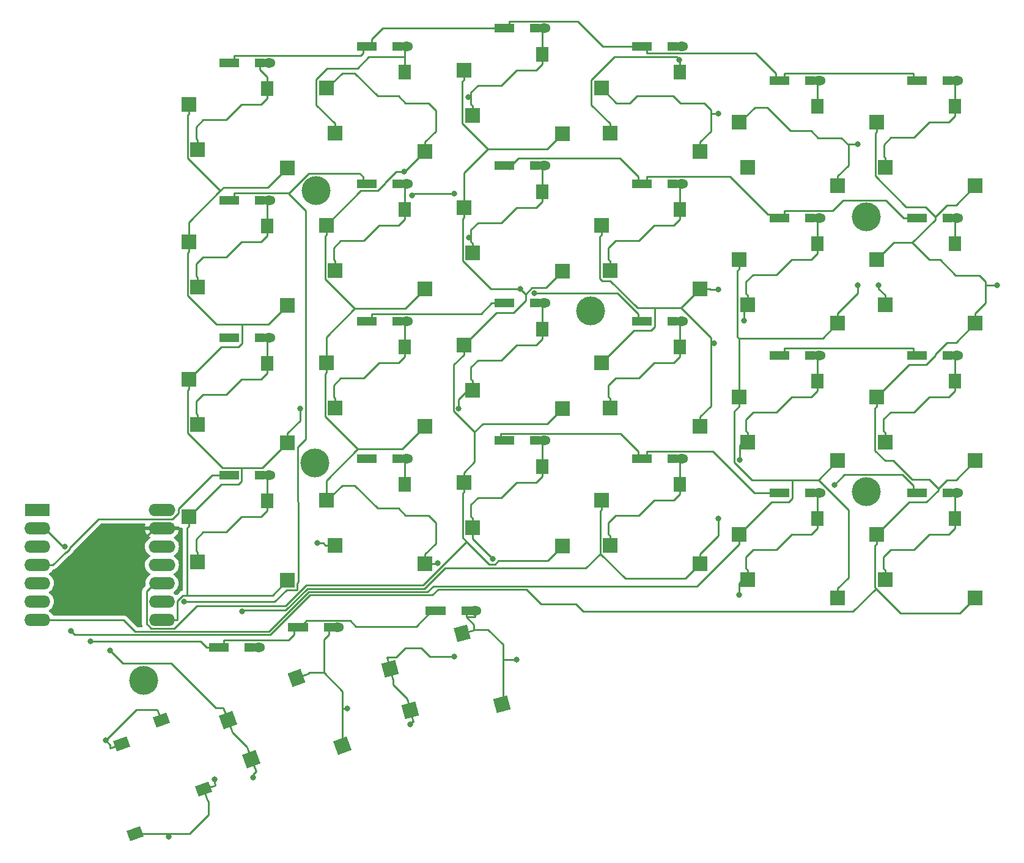
<source format=gbr>
%TF.GenerationSoftware,KiCad,Pcbnew,7.0.10*%
%TF.CreationDate,2024-03-07T18:43:10+01:00*%
%TF.ProjectId,xurp_right,78757270-5f72-4696-9768-742e6b696361,rev?*%
%TF.SameCoordinates,Original*%
%TF.FileFunction,Copper,L1,Top*%
%TF.FilePolarity,Positive*%
%FSLAX46Y46*%
G04 Gerber Fmt 4.6, Leading zero omitted, Abs format (unit mm)*
G04 Created by KiCad (PCBNEW 7.0.10) date 2024-03-07 18:43:10*
%MOMM*%
%LPD*%
G01*
G04 APERTURE LIST*
G04 Aperture macros list*
%AMRotRect*
0 Rectangle, with rotation*
0 The origin of the aperture is its center*
0 $1 length*
0 $2 width*
0 $3 Rotation angle, in degrees counterclockwise*
0 Add horizontal line*
21,1,$1,$2,0,0,$3*%
G04 Aperture macros list end*
%TA.AperFunction,SMDPad,CuDef*%
%ADD10R,2.000000X2.000000*%
%TD*%
%TA.AperFunction,SMDPad,CuDef*%
%ADD11R,1.800000X2.000000*%
%TD*%
%TA.AperFunction,ComponentPad*%
%ADD12R,1.778000X1.300000*%
%TD*%
%TA.AperFunction,SMDPad,CuDef*%
%ADD13R,1.400000X1.300000*%
%TD*%
%TA.AperFunction,ComponentPad*%
%ADD14O,1.778000X1.300000*%
%TD*%
%TA.AperFunction,ComponentPad*%
%ADD15R,3.500000X1.700000*%
%TD*%
%TA.AperFunction,ComponentPad*%
%ADD16O,3.600000X1.700000*%
%TD*%
%TA.AperFunction,ComponentPad*%
%ADD17O,3.700000X1.700000*%
%TD*%
%TA.AperFunction,ComponentPad*%
%ADD18C,0.500000*%
%TD*%
%TA.AperFunction,ComponentPad*%
%ADD19C,4.000000*%
%TD*%
%TA.AperFunction,SMDPad,CuDef*%
%ADD20RotRect,1.500000X2.000000X110.000000*%
%TD*%
%TA.AperFunction,SMDPad,CuDef*%
%ADD21RotRect,2.000000X2.000000X200.000000*%
%TD*%
%TA.AperFunction,SMDPad,CuDef*%
%ADD22RotRect,1.900000X2.000000X200.000000*%
%TD*%
%TA.AperFunction,SMDPad,CuDef*%
%ADD23RotRect,2.000000X2.000000X195.000000*%
%TD*%
%TA.AperFunction,SMDPad,CuDef*%
%ADD24RotRect,1.900000X2.000000X195.000000*%
%TD*%
%TA.AperFunction,ViaPad*%
%ADD25C,0.800000*%
%TD*%
%TA.AperFunction,Conductor*%
%ADD26C,0.250000*%
%TD*%
G04 APERTURE END LIST*
D10*
%TO.P,K42,1*%
%TO.N,Column 4*%
X157218900Y-61970100D03*
X143518900Y-53190100D03*
D11*
%TO.P,K42,2*%
%TO.N,Net-(D42-A)*%
X154418900Y-50990100D03*
D10*
X144718900Y-59430100D03*
%TD*%
D12*
%TO.P,D13,1,K*%
%TO.N,Row 3*%
X205768900Y-73679100D03*
D13*
X206993900Y-73679100D03*
%TO.P,D13,2,A*%
%TO.N,Net-(D13-A)*%
X210543900Y-73679100D03*
D14*
X211768900Y-73679100D03*
%TD*%
D10*
%TO.P,K54,1*%
%TO.N,Column 5*%
X138169100Y-102546100D03*
X124469100Y-93766100D03*
D11*
%TO.P,K54,2*%
%TO.N,Net-(D54-A)*%
X135369100Y-91566100D03*
D10*
X125669100Y-100006100D03*
%TD*%
D12*
%TO.P,D31,1,K*%
%TO.N,Row 1*%
X167668900Y-30816100D03*
D13*
X168893900Y-30816100D03*
%TO.P,D31,2,A*%
%TO.N,Net-(D31-A)*%
X172443900Y-30816100D03*
D14*
X173668900Y-30816100D03*
%TD*%
D10*
%TO.P,K41,1*%
%TO.N,Column 4*%
X157218900Y-42920100D03*
X143518900Y-34140100D03*
D11*
%TO.P,K41,2*%
%TO.N,Net-(D41-A)*%
X154418900Y-31940100D03*
D10*
X144718900Y-40380100D03*
%TD*%
D12*
%TO.P,D55,1,K*%
%TO.N,Row 5*%
X120043900Y-111398100D03*
D13*
X121268900Y-111398100D03*
%TO.P,D55,2,A*%
%TO.N,Net-(D55-A)*%
X124818900Y-111398100D03*
D14*
X126043900Y-111398100D03*
%TD*%
D15*
%TO.P,U1,1,PA02_A0_D0*%
%TO.N,Row 1*%
X84476100Y-95100000D03*
D16*
%TO.P,U1,2,PA4_A1_D1*%
%TO.N,Row 2*%
X84476100Y-97640000D03*
%TO.P,U1,3,PA10_A2_D2*%
%TO.N,Row 3*%
X84476100Y-100180000D03*
%TO.P,U1,4,PA11_A3_D3*%
%TO.N,Row 4*%
X84476100Y-102720000D03*
%TO.P,U1,5,PA8_A4_D4_SDA*%
%TO.N,Row 5*%
X84476100Y-105260000D03*
%TO.P,U1,6,PA9_A5_D5_SCL*%
%TO.N,Column 1*%
X84476100Y-107800000D03*
%TO.P,U1,7,PB08_A6_TX*%
%TO.N,Column 2*%
X84476100Y-110340000D03*
%TO.P,U1,8,PB09_D7_RX*%
%TO.N,Column 6*%
X101726100Y-110340000D03*
%TO.P,U1,9,PA7_A8_D8_SCK*%
%TO.N,Column 5*%
X101726100Y-107800000D03*
%TO.P,U1,10,PA5_A9_D9_MISO*%
%TO.N,Column 4*%
X101726100Y-105260000D03*
D17*
%TO.P,U1,11,PA6_A10_D10_MOSI*%
%TO.N,Column 3*%
X101726100Y-102720000D03*
%TO.P,U1,12,3V3*%
%TO.N,unconnected-(U1-3V3-Pad12)*%
X101726100Y-100180000D03*
%TO.P,U1,13,GND*%
%TO.N,ground*%
X101726100Y-97640000D03*
%TO.P,U1,14,5V*%
%TO.N,unconnected-(U1-5V-Pad14)*%
X101726100Y-95100000D03*
%TD*%
D10*
%TO.P,K34,1*%
%TO.N,Column 3*%
X176268900Y-102546100D03*
X162568900Y-93766100D03*
D11*
%TO.P,K34,2*%
%TO.N,Net-(D34-A)*%
X173468900Y-91566100D03*
D10*
X163768900Y-100006100D03*
%TD*%
%TO.P,K14,1*%
%TO.N,Column 1*%
X214368900Y-107309100D03*
X200668900Y-98529100D03*
D11*
%TO.P,K14,2*%
%TO.N,Net-(D14-A)*%
X211568900Y-96329100D03*
D10*
X201868900Y-104769100D03*
%TD*%
D12*
%TO.P,D33,1,K*%
%TO.N,Row 3*%
X167668900Y-68916100D03*
D13*
X168893900Y-68916100D03*
%TO.P,D33,2,A*%
%TO.N,Net-(D33-A)*%
X172443900Y-68916100D03*
D14*
X173668900Y-68916100D03*
%TD*%
D10*
%TO.P,K51,1*%
%TO.N,Column 5*%
X138169100Y-45396100D03*
X124469100Y-36616100D03*
D11*
%TO.P,K51,2*%
%TO.N,Net-(D51-A)*%
X135369100Y-34416100D03*
D10*
X125669100Y-42856100D03*
%TD*%
D12*
%TO.P,D34,1,K*%
%TO.N,Row 4*%
X167668900Y-87966100D03*
D13*
X168893900Y-87966100D03*
%TO.P,D34,2,A*%
%TO.N,Net-(D34-A)*%
X172443900Y-87966100D03*
D14*
X173668900Y-87966100D03*
%TD*%
D12*
%TO.P,D65,1,K*%
%TO.N,Row 5*%
X109082200Y-114136100D03*
D13*
X110307200Y-114136100D03*
%TO.P,D65,2,A*%
%TO.N,Net-(D65-A)*%
X113857200Y-114136100D03*
D14*
X115082200Y-114136100D03*
%TD*%
D18*
%TO.P,s5,1*%
%TO.N,N/C*%
X200776100Y-92600000D03*
X200336100Y-91540000D03*
X200336100Y-93660000D03*
X199276100Y-91100000D03*
D19*
X199276100Y-92600000D03*
D18*
X199276100Y-94100000D03*
X198216100Y-91540000D03*
X198216100Y-93660000D03*
X197776100Y-92600000D03*
%TD*%
D10*
%TO.P,K24,1*%
%TO.N,Column 2*%
X195318900Y-107309100D03*
X181618900Y-98529100D03*
D11*
%TO.P,K24,2*%
%TO.N,Net-(D24-A)*%
X192518900Y-96329100D03*
D10*
X182818900Y-104769100D03*
%TD*%
D18*
%TO.P,s1,1*%
%TO.N,N/C*%
X124576100Y-50800000D03*
X124136100Y-49740000D03*
X124136100Y-51860000D03*
X123076100Y-49300000D03*
D19*
X123076100Y-50800000D03*
D18*
X123076100Y-52300000D03*
X122016100Y-49740000D03*
X122016100Y-51860000D03*
X121576100Y-50800000D03*
%TD*%
D12*
%TO.P,D52,1,K*%
%TO.N,Row 2*%
X129569100Y-49866100D03*
D13*
X130794100Y-49866100D03*
%TO.P,D52,2,A*%
%TO.N,Net-(D52-A)*%
X134344100Y-49866100D03*
D14*
X135569100Y-49866100D03*
%TD*%
D10*
%TO.P,K44,1*%
%TO.N,Column 4*%
X157218900Y-100070100D03*
X143518900Y-91290100D03*
D11*
%TO.P,K44,2*%
%TO.N,Net-(D44-A)*%
X154418900Y-89090100D03*
D10*
X144718900Y-97530100D03*
%TD*%
D12*
%TO.P,D51,1,K*%
%TO.N,Row 1*%
X129569100Y-30816100D03*
D13*
X130794100Y-30816100D03*
%TO.P,D51,2,A*%
%TO.N,Net-(D51-A)*%
X134344100Y-30816100D03*
D14*
X135569100Y-30816100D03*
%TD*%
D10*
%TO.P,K52,1*%
%TO.N,Column 5*%
X138169100Y-64446100D03*
X124469100Y-55666100D03*
D11*
%TO.P,K52,2*%
%TO.N,Net-(D52-A)*%
X135369100Y-53466100D03*
D10*
X125669100Y-61906100D03*
%TD*%
%TO.P,K21,1*%
%TO.N,Column 2*%
X195318900Y-50159100D03*
X181618900Y-41379100D03*
D11*
%TO.P,K21,2*%
%TO.N,Net-(D21-A)*%
X192518900Y-39179100D03*
D10*
X182818900Y-47619100D03*
%TD*%
D20*
%TO.P,K65,1*%
%TO.N,Column 6*%
X96169644Y-127514921D03*
X101622902Y-124253085D03*
%TO.P,K65,2*%
%TO.N,Net-(D65-A)*%
X97989672Y-139941872D03*
X107452447Y-133837259D03*
%TD*%
D10*
%TO.P,K61,1*%
%TO.N,Column 6*%
X119118900Y-47682100D03*
X105418900Y-38902100D03*
D11*
%TO.P,K61,2*%
%TO.N,Net-(D61-A)*%
X116318900Y-36702100D03*
D10*
X106618900Y-45142100D03*
%TD*%
%TO.P,K11,1*%
%TO.N,Column 1*%
X214368900Y-50159100D03*
X200668900Y-41379100D03*
D11*
%TO.P,K11,2*%
%TO.N,Net-(D11-A)*%
X211568900Y-39179100D03*
D10*
X201868900Y-47619100D03*
%TD*%
%TO.P,K13,1*%
%TO.N,Column 1*%
X214368900Y-88259100D03*
X200668900Y-79479100D03*
D11*
%TO.P,K13,2*%
%TO.N,Net-(D13-A)*%
X211568900Y-77279100D03*
D10*
X201868900Y-85719100D03*
%TD*%
%TO.P,K33,1*%
%TO.N,Column 3*%
X176268900Y-83496100D03*
X162568900Y-74716100D03*
D11*
%TO.P,K33,2*%
%TO.N,Net-(D33-A)*%
X173468900Y-72516100D03*
D10*
X163768900Y-80956100D03*
%TD*%
%TO.P,K32,1*%
%TO.N,Column 3*%
X176268900Y-64446100D03*
X162568900Y-55666100D03*
D11*
%TO.P,K32,2*%
%TO.N,Net-(D32-A)*%
X173468900Y-53466100D03*
D10*
X163768900Y-61906100D03*
%TD*%
D18*
%TO.P,s4,1*%
%TO.N,N/C*%
X200776100Y-54500000D03*
X200336100Y-53440000D03*
X200336100Y-55560000D03*
X199276100Y-53000000D03*
D19*
X199276100Y-54500000D03*
D18*
X199276100Y-56000000D03*
X198216100Y-53440000D03*
X198216100Y-55560000D03*
X197776100Y-54500000D03*
%TD*%
D10*
%TO.P,K43,1*%
%TO.N,Column 4*%
X157218900Y-81020100D03*
X143518900Y-72240100D03*
D11*
%TO.P,K43,2*%
%TO.N,Net-(D43-A)*%
X154418900Y-70040100D03*
D10*
X144718900Y-78480100D03*
%TD*%
%TO.P,K23,1*%
%TO.N,Column 2*%
X195318900Y-88259100D03*
X181618900Y-79479100D03*
D11*
%TO.P,K23,2*%
%TO.N,Net-(D23-A)*%
X192518900Y-77279100D03*
D10*
X182818900Y-85719100D03*
%TD*%
D12*
%TO.P,D42,1,K*%
%TO.N,Row 2*%
X148618900Y-47390100D03*
D13*
X149843900Y-47390100D03*
%TO.P,D42,2,A*%
%TO.N,Net-(D42-A)*%
X153393900Y-47390100D03*
D14*
X154618900Y-47390100D03*
%TD*%
D12*
%TO.P,D54,1,K*%
%TO.N,Row 4*%
X129569100Y-87966100D03*
D13*
X130794100Y-87966100D03*
%TO.P,D54,2,A*%
%TO.N,Net-(D54-A)*%
X134344100Y-87966100D03*
D14*
X135569100Y-87966100D03*
%TD*%
D12*
%TO.P,D61,1,K*%
%TO.N,Row 1*%
X110518900Y-33102100D03*
D13*
X111743900Y-33102100D03*
%TO.P,D61,2,A*%
%TO.N,Net-(D61-A)*%
X115293900Y-33102100D03*
D14*
X116518900Y-33102100D03*
%TD*%
D10*
%TO.P,K22,1*%
%TO.N,Column 2*%
X195318900Y-69209100D03*
X181618900Y-60429100D03*
D11*
%TO.P,K22,2*%
%TO.N,Net-(D22-A)*%
X192518900Y-58229100D03*
D10*
X182818900Y-66669100D03*
%TD*%
D12*
%TO.P,D32,1,K*%
%TO.N,Row 2*%
X167668900Y-49866100D03*
D13*
X168893900Y-49866100D03*
%TO.P,D32,2,A*%
%TO.N,Net-(D32-A)*%
X172443900Y-49866100D03*
D14*
X173668900Y-49866100D03*
%TD*%
D12*
%TO.P,D14,1,K*%
%TO.N,Row 4*%
X205768900Y-92729100D03*
D13*
X206993900Y-92729100D03*
%TO.P,D14,2,A*%
%TO.N,Net-(D14-A)*%
X210543900Y-92729100D03*
D14*
X211768900Y-92729100D03*
%TD*%
D12*
%TO.P,D22,1,K*%
%TO.N,Row 2*%
X186718900Y-54629100D03*
D13*
X187943900Y-54629100D03*
%TO.P,D22,2,A*%
%TO.N,Net-(D22-A)*%
X191493900Y-54629100D03*
D14*
X192718900Y-54629100D03*
%TD*%
D18*
%TO.P,s6,1*%
%TO.N,N/C*%
X100676100Y-118700000D03*
X100236100Y-117640000D03*
X100236100Y-119760000D03*
X99176100Y-117200000D03*
D19*
X99176100Y-118700000D03*
D18*
X99176100Y-120200000D03*
X98116100Y-117640000D03*
X98116100Y-119760000D03*
X97676100Y-118700000D03*
%TD*%
D12*
%TO.P,D44,1,K*%
%TO.N,Row 4*%
X148618900Y-85490100D03*
D13*
X149843900Y-85490100D03*
%TO.P,D44,2,A*%
%TO.N,Net-(D44-A)*%
X153393900Y-85490100D03*
D14*
X154618900Y-85490100D03*
%TD*%
D10*
%TO.P,K53,1*%
%TO.N,Column 5*%
X138169100Y-83496100D03*
X124469100Y-74716100D03*
D11*
%TO.P,K53,2*%
%TO.N,Net-(D53-A)*%
X135369100Y-72516100D03*
D10*
X125669100Y-80956100D03*
%TD*%
D18*
%TO.P,s3,1*%
%TO.N,N/C*%
X162576100Y-67500000D03*
X162136100Y-66440000D03*
X162136100Y-68560000D03*
X161076100Y-66000000D03*
D19*
X161076100Y-67500000D03*
D18*
X161076100Y-69000000D03*
X160016100Y-66440000D03*
X160016100Y-68560000D03*
X159576100Y-67500000D03*
%TD*%
D12*
%TO.P,D23,1,K*%
%TO.N,Row 3*%
X186718900Y-73679100D03*
D13*
X187943900Y-73679100D03*
%TO.P,D23,2,A*%
%TO.N,Net-(D23-A)*%
X191493900Y-73679100D03*
D14*
X192718900Y-73679100D03*
%TD*%
D12*
%TO.P,D63,1,K*%
%TO.N,Row 3*%
X110518900Y-71202100D03*
D13*
X111743900Y-71202100D03*
%TO.P,D63,2,A*%
%TO.N,Net-(D63-A)*%
X115293900Y-71202100D03*
D14*
X116518900Y-71202100D03*
%TD*%
D10*
%TO.P,K31,1*%
%TO.N,Column 3*%
X176268900Y-45396100D03*
X162568900Y-36616100D03*
D11*
%TO.P,K31,2*%
%TO.N,Net-(D31-A)*%
X173468900Y-34416100D03*
D10*
X163768900Y-42856100D03*
%TD*%
D12*
%TO.P,D41,1,K*%
%TO.N,Row 1*%
X148618900Y-28340100D03*
D13*
X149843900Y-28340100D03*
%TO.P,D41,2,A*%
%TO.N,Net-(D41-A)*%
X153393900Y-28340100D03*
D14*
X154618900Y-28340100D03*
%TD*%
D10*
%TO.P,K12,1*%
%TO.N,Column 1*%
X214368900Y-69209100D03*
X200668900Y-60429100D03*
D11*
%TO.P,K12,2*%
%TO.N,Net-(D12-A)*%
X211568900Y-58229100D03*
D10*
X201868900Y-66669100D03*
%TD*%
D18*
%TO.P,s2,1*%
%TO.N,N/C*%
X124376100Y-88600000D03*
X123936100Y-87540000D03*
X123936100Y-89660000D03*
X122876100Y-87100000D03*
D19*
X122876100Y-88600000D03*
D18*
X122876100Y-90100000D03*
X121816100Y-87540000D03*
X121816100Y-89660000D03*
X121376100Y-88600000D03*
%TD*%
D12*
%TO.P,D53,1,K*%
%TO.N,Row 3*%
X129569100Y-68916100D03*
D13*
X130794100Y-68916100D03*
%TO.P,D53,2,A*%
%TO.N,Net-(D53-A)*%
X134344100Y-68916100D03*
D14*
X135569100Y-68916100D03*
%TD*%
D12*
%TO.P,D24,1,K*%
%TO.N,Row 4*%
X186718900Y-92729100D03*
D13*
X187943900Y-92729100D03*
%TO.P,D24,2,A*%
%TO.N,Net-(D24-A)*%
X191493900Y-92729100D03*
D14*
X192718900Y-92729100D03*
%TD*%
D10*
%TO.P,K64,1*%
%TO.N,Column 6*%
X119118900Y-104832100D03*
X105418900Y-96052100D03*
D11*
%TO.P,K64,2*%
%TO.N,Net-(D64-A)*%
X116318900Y-93852100D03*
D10*
X106618900Y-102292100D03*
%TD*%
D12*
%TO.P,D21,1,K*%
%TO.N,Row 1*%
X186718900Y-35579100D03*
D13*
X187943900Y-35579100D03*
%TO.P,D21,2,A*%
%TO.N,Net-(D21-A)*%
X191493900Y-35579100D03*
D14*
X192718900Y-35579100D03*
%TD*%
D10*
%TO.P,K63,1*%
%TO.N,Column 6*%
X119118900Y-85782100D03*
X105418900Y-77002100D03*
D11*
%TO.P,K63,2*%
%TO.N,Net-(D63-A)*%
X116318900Y-74802100D03*
D10*
X106618900Y-83242100D03*
%TD*%
D12*
%TO.P,D43,1,K*%
%TO.N,Row 3*%
X148618900Y-66440100D03*
D13*
X149843900Y-66440100D03*
%TO.P,D43,2,A*%
%TO.N,Net-(D43-A)*%
X153393900Y-66440100D03*
D14*
X154618900Y-66440100D03*
%TD*%
D12*
%TO.P,D11,1,K*%
%TO.N,Row 1*%
X205768900Y-35579100D03*
D13*
X206993900Y-35579100D03*
%TO.P,D11,2,A*%
%TO.N,Net-(D11-A)*%
X210543900Y-35579100D03*
D14*
X211768900Y-35579100D03*
%TD*%
D12*
%TO.P,D64,1,K*%
%TO.N,Row 4*%
X110518900Y-90252100D03*
D13*
X111743900Y-90252100D03*
%TO.P,D64,2,A*%
%TO.N,Net-(D64-A)*%
X115293900Y-90252100D03*
D14*
X116518900Y-90252100D03*
%TD*%
D12*
%TO.P,D62,1,K*%
%TO.N,Row 2*%
X110518900Y-52152100D03*
D13*
X111743900Y-52152100D03*
%TO.P,D62,2,A*%
%TO.N,Net-(D62-A)*%
X115293900Y-52152100D03*
D14*
X116518900Y-52152100D03*
%TD*%
D10*
%TO.P,K62,1*%
%TO.N,Column 6*%
X119118900Y-66732100D03*
X105418900Y-57952100D03*
D11*
%TO.P,K62,2*%
%TO.N,Net-(D62-A)*%
X116318900Y-55752100D03*
D10*
X106618900Y-64192100D03*
%TD*%
D12*
%TO.P,D12,1,K*%
%TO.N,Row 2*%
X205768900Y-54629100D03*
D13*
X206993900Y-54629100D03*
%TO.P,D12,2,A*%
%TO.N,Net-(D12-A)*%
X210543900Y-54629100D03*
D14*
X211768900Y-54629100D03*
%TD*%
D12*
%TO.P,D45,1,K*%
%TO.N,Row 5*%
X139093900Y-109112100D03*
D13*
X140318900Y-109112100D03*
%TO.P,D45,2,A*%
%TO.N,Net-(D45-A)*%
X143868900Y-109112100D03*
D14*
X145093900Y-109112100D03*
%TD*%
D21*
%TO.P,K55,1*%
%TO.N,Column 5*%
X110851715Y-124220400D03*
X114113552Y-129673658D03*
D22*
%TO.P,K55,2*%
%TO.N,Net-(D55-A)*%
X120341920Y-118425057D03*
D21*
X126728441Y-127785226D03*
%TD*%
D23*
%TO.P,K45,1*%
%TO.N,Column 4*%
X133312270Y-117134609D03*
X136086412Y-122851403D03*
D24*
%TO.P,K45,2*%
%TO.N,Net-(D45-A)*%
X143271460Y-112188444D03*
D23*
X148817885Y-122069617D03*
%TD*%
D25*
%TO.N,ground*%
X92600000Y-108700000D03*
%TO.N,Column 1*%
X89100000Y-111900000D03*
%TO.N,Net-(D65-A)*%
X102638900Y-140378000D03*
X109028200Y-132464300D03*
%TO.N,Net-(D55-A)*%
X127349700Y-122613800D03*
%TO.N,Net-(D54-A)*%
X123206500Y-99715400D03*
%TO.N,Net-(D45-A)*%
X150882500Y-115881400D03*
%TO.N,Net-(D44-A)*%
X147574400Y-101897500D03*
%TO.N,Net-(D43-A)*%
X142831600Y-81036600D03*
%TO.N,Net-(D42-A)*%
X144200800Y-57300700D03*
%TO.N,Net-(D41-A)*%
X144193300Y-37877700D03*
%TO.N,Net-(D31-A)*%
X173393900Y-32667000D03*
%TO.N,Net-(D24-A)*%
X181679300Y-106858500D03*
%TO.N,Net-(D23-A)*%
X181785100Y-88194700D03*
%TO.N,Net-(D22-A)*%
X182345000Y-68877500D03*
%TO.N,Net-(D12-A)*%
X200940100Y-63918300D03*
%TO.N,Row 5*%
X91827472Y-113275000D03*
%TO.N,Row 4*%
X194859600Y-91626800D03*
%TO.N,Row 3*%
X153280900Y-65047000D03*
%TO.N,Row 2*%
X142245300Y-51240000D03*
X136338300Y-51491100D03*
X88236600Y-100180100D03*
X104755000Y-107818400D03*
%TO.N,Column 3*%
X178804300Y-40134200D03*
X112806773Y-109138325D03*
X178754300Y-64516400D03*
X178220400Y-71997400D03*
X178804300Y-96283200D03*
%TO.N,Column 4*%
X136077100Y-124795400D03*
X151341400Y-64477500D03*
X142183100Y-115439800D03*
%TO.N,Column 5*%
X135225300Y-48181100D03*
X94535400Y-114552500D03*
X139929500Y-102449400D03*
X114309400Y-132194300D03*
%TO.N,Column 6*%
X93920200Y-127036600D03*
X120872100Y-81084300D03*
%TO.N,Column 2*%
X198115100Y-44354900D03*
X198115100Y-63918300D03*
%TO.N,Column 1*%
X217370500Y-63918300D03*
%TD*%
D26*
%TO.N,ground*%
X100726100Y-97640000D02*
X92600000Y-105766100D01*
X92600000Y-105766100D02*
X92600000Y-108700000D01*
%TO.N,Row 2*%
X120523200Y-93949200D02*
X120523200Y-86367500D01*
%TO.N,Column 1*%
X139979900Y-106100000D02*
X139179900Y-106900000D01*
X122246584Y-106900000D02*
X116731584Y-112415000D01*
%TO.N,Row 2*%
X118997316Y-106157100D02*
X120443900Y-106157100D01*
%TO.N,Column 2*%
X181618900Y-99856000D02*
X181618900Y-98529100D01*
%TO.N,Row 2*%
X117336016Y-107818400D02*
X118997316Y-106157100D01*
%TO.N,Column 1*%
X89000000Y-111800000D02*
X89100000Y-111900000D01*
%TO.N,Column 4*%
X106563883Y-108363325D02*
X103412208Y-111515000D01*
%TO.N,Row 2*%
X120523200Y-86367500D02*
X121647500Y-85243200D01*
%TO.N,Column 1*%
X200596100Y-106003900D02*
X197415900Y-109184100D01*
%TO.N,Column 4*%
X103412208Y-111515000D02*
X100249400Y-111515000D01*
%TO.N,Column 3*%
X121873792Y-106000000D02*
X118873792Y-109000000D01*
%TO.N,Column 4*%
X99599200Y-110864800D02*
X99599200Y-106386900D01*
%TO.N,Column 1*%
X200596100Y-106003900D02*
X204009400Y-109417200D01*
X197415900Y-109184100D02*
X160084100Y-109184100D01*
%TO.N,Row 2*%
X121647500Y-85243200D02*
X121647500Y-53582200D01*
%TO.N,Column 4*%
X100249400Y-111515000D02*
X99599200Y-110864800D01*
%TO.N,Column 1*%
X116731584Y-112415000D02*
X89615000Y-112415000D01*
%TO.N,Column 4*%
X143917600Y-99489300D02*
X137856900Y-105550000D01*
%TO.N,Row 5*%
X109082200Y-114136100D02*
X107943200Y-114136100D01*
X107082100Y-113275000D02*
X91827472Y-113275000D01*
X128613604Y-111250000D02*
X136956000Y-111250000D01*
%TO.N,Row 2*%
X120443900Y-106157100D02*
X120443900Y-105258300D01*
%TO.N,Column 1*%
X200490800Y-105898600D02*
X200596100Y-106003900D01*
%TO.N,Row 5*%
X127784804Y-110421200D02*
X128613604Y-111250000D01*
%TO.N,Row 2*%
X120602200Y-94028200D02*
X120523200Y-93949200D01*
%TO.N,Column 3*%
X140901000Y-103184100D02*
X138085100Y-106000000D01*
%TO.N,Column 1*%
X159037100Y-108137100D02*
X154237100Y-108137100D01*
%TO.N,Row 2*%
X120443900Y-105258300D02*
X120602200Y-105100000D01*
%TO.N,Column 1*%
X154237100Y-108137100D02*
X152200000Y-106100000D01*
X139179900Y-106900000D02*
X122246584Y-106900000D01*
X152200000Y-106100000D02*
X139979900Y-106100000D01*
%TO.N,Column 3*%
X160415200Y-103184100D02*
X140901000Y-103184100D01*
X112945098Y-109000000D02*
X112806773Y-109138325D01*
%TO.N,Row 5*%
X107943200Y-114136100D02*
X107082100Y-113275000D01*
%TO.N,Column 4*%
X137856900Y-105550000D02*
X121687396Y-105550000D01*
%TO.N,Row 2*%
X121647500Y-53582200D02*
X119299200Y-51233900D01*
X104755000Y-107818400D02*
X117336016Y-107818400D01*
%TO.N,Row 5*%
X121268900Y-110909600D02*
X121757300Y-110421200D01*
X136956000Y-111250000D02*
X139093900Y-109112100D01*
%TO.N,Column 4*%
X99599200Y-106386900D02*
X100726100Y-105260000D01*
%TO.N,Column 2*%
X85476100Y-110340000D02*
X96376396Y-110340000D01*
%TO.N,Row 2*%
X120602200Y-105100000D02*
X120602200Y-94028200D01*
%TO.N,Column 1*%
X160084100Y-109184100D02*
X159037100Y-108137100D01*
%TO.N,Column 3*%
X118873792Y-109000000D02*
X112945098Y-109000000D01*
X162433900Y-101165400D02*
X160415200Y-103184100D01*
%TO.N,Row 5*%
X121757300Y-110421200D02*
X127784804Y-110421200D01*
%TO.N,Column 3*%
X138085100Y-106000000D02*
X121873792Y-106000000D01*
%TO.N,Column 4*%
X121687396Y-105550000D02*
X118874071Y-108363325D01*
%TO.N,Column 2*%
X122060188Y-106450000D02*
X138513604Y-106450000D01*
X175824900Y-105650000D02*
X181618900Y-99856000D01*
X116545188Y-111965000D02*
X122060188Y-106450000D01*
X139313604Y-105650000D02*
X175824900Y-105650000D01*
X138513604Y-106450000D02*
X139313604Y-105650000D01*
%TO.N,Column 4*%
X118874071Y-108363325D02*
X106563883Y-108363325D01*
%TO.N,Column 2*%
X96376396Y-110340000D02*
X98001396Y-111965000D01*
X98001396Y-111965000D02*
X116545188Y-111965000D01*
%TO.N,Column 1*%
X89615000Y-112415000D02*
X89100000Y-111900000D01*
%TO.N,Net-(D65-A)*%
X107452400Y-133837300D02*
X107985900Y-135303100D01*
X102638900Y-139941900D02*
X102638900Y-140378000D01*
X97989700Y-139941900D02*
X102638900Y-139941900D01*
X108149200Y-135466400D02*
X107985900Y-135303100D01*
X108149200Y-137364300D02*
X108149200Y-135466400D01*
X105571600Y-139941900D02*
X108149200Y-137364300D01*
X102638900Y-139941900D02*
X105571600Y-139941900D01*
X115082200Y-114136100D02*
X113857200Y-114136100D01*
X109067800Y-133108300D02*
X109067800Y-133249400D01*
X109028200Y-133068700D02*
X109067800Y-133108300D01*
X109028200Y-132464300D02*
X109028200Y-133068700D01*
X107452400Y-133837300D02*
X109067800Y-133249400D01*
%TO.N,Net-(D55-A)*%
X120341900Y-118425100D02*
X121995700Y-117823200D01*
X124818900Y-111398100D02*
X124818900Y-112375000D01*
X122155900Y-117663000D02*
X121995700Y-117823200D01*
X124138200Y-117663000D02*
X122155900Y-117663000D01*
X124138200Y-113055700D02*
X124818900Y-112375000D01*
X124138200Y-117663000D02*
X124138200Y-113055700D01*
X126043900Y-111398100D02*
X124818900Y-111398100D01*
X126728400Y-122613800D02*
X127349700Y-122613800D01*
X126728400Y-127785200D02*
X126728400Y-122613800D01*
X126728400Y-120253200D02*
X124138200Y-117663000D01*
X126728400Y-122613800D02*
X126728400Y-120253200D01*
%TO.N,Net-(D54-A)*%
X135369100Y-87966100D02*
X135369100Y-91566100D01*
X135569100Y-87966100D02*
X135369100Y-87966100D01*
X135369100Y-87966100D02*
X134344100Y-87966100D01*
X124051500Y-99715400D02*
X124342200Y-100006100D01*
X123206500Y-99715400D02*
X124051500Y-99715400D01*
X125669100Y-100006100D02*
X124342200Y-100006100D01*
%TO.N,Net-(D64-A)*%
X116518900Y-90252100D02*
X116318900Y-90252100D01*
X116318900Y-90252100D02*
X115293900Y-90252100D01*
X116318900Y-90252100D02*
X116318900Y-93852100D01*
X106447300Y-100793600D02*
X106618900Y-100965200D01*
X106447300Y-99126500D02*
X106447300Y-100793600D01*
X107415900Y-98157900D02*
X106447300Y-99126500D01*
X110634900Y-98157900D02*
X107415900Y-98157900D01*
X112745300Y-96047500D02*
X110634900Y-98157900D01*
X115450400Y-96047500D02*
X112745300Y-96047500D01*
X116318900Y-95179000D02*
X115450400Y-96047500D01*
X116318900Y-93852100D02*
X116318900Y-95179000D01*
X106618900Y-102292100D02*
X106618900Y-100965200D01*
%TO.N,Net-(D45-A)*%
X143271500Y-112188400D02*
X144848300Y-111765900D01*
X148937700Y-115881400D02*
X150882500Y-115881400D01*
X148937700Y-121949800D02*
X148937700Y-115881400D01*
X148817900Y-122069600D02*
X148937700Y-121949800D01*
X143868900Y-109112100D02*
X143868900Y-109901800D01*
X146890400Y-111667200D02*
X144947000Y-111667200D01*
X148937700Y-113714500D02*
X146890400Y-111667200D01*
X148937700Y-115881400D02*
X148937700Y-113714500D01*
X144947000Y-111667200D02*
X144848300Y-111765900D01*
X145093900Y-109112100D02*
X145093900Y-109901800D01*
X145093900Y-109901800D02*
X143868900Y-109901800D01*
X144947000Y-110979900D02*
X144947000Y-111667200D01*
X143868900Y-109901800D02*
X144947000Y-110979900D01*
%TO.N,Net-(D44-A)*%
X154618900Y-85490100D02*
X154418900Y-85490100D01*
X154418900Y-85490100D02*
X153393900Y-85490100D01*
X154418900Y-85490100D02*
X154418900Y-89090100D01*
X144528700Y-96013000D02*
X144718900Y-96203200D01*
X144528700Y-94338600D02*
X144528700Y-96013000D01*
X145471400Y-93395900D02*
X144528700Y-94338600D01*
X148734900Y-93395900D02*
X145471400Y-93395900D01*
X150845300Y-91285500D02*
X148734900Y-93395900D01*
X153550400Y-91285500D02*
X150845300Y-91285500D01*
X154418900Y-90417000D02*
X153550400Y-91285500D01*
X154418900Y-89090100D02*
X154418900Y-90417000D01*
X144718900Y-96910100D02*
X144718900Y-96203200D01*
X144718900Y-96910100D02*
X144718900Y-97530100D01*
X144718900Y-99042000D02*
X147574400Y-101897500D01*
X144718900Y-97530100D02*
X144718900Y-99042000D01*
%TO.N,Net-(D43-A)*%
X154618900Y-66440100D02*
X154418900Y-66440100D01*
X154418900Y-66440100D02*
X153393900Y-66440100D01*
X154418900Y-66440100D02*
X154418900Y-70040100D01*
X144528700Y-76963000D02*
X144718900Y-77153200D01*
X144528700Y-75288600D02*
X144528700Y-76963000D01*
X145471400Y-74345900D02*
X144528700Y-75288600D01*
X148734900Y-74345900D02*
X145471400Y-74345900D01*
X150845300Y-72235500D02*
X148734900Y-74345900D01*
X153550400Y-72235500D02*
X150845300Y-72235500D01*
X154418900Y-71367000D02*
X153550400Y-72235500D01*
X154418900Y-70040100D02*
X154418900Y-71367000D01*
X144718900Y-78480100D02*
X144718900Y-77860100D01*
X144718900Y-77860100D02*
X144718900Y-77153200D01*
X142831600Y-79747400D02*
X142831600Y-81036600D01*
X144718900Y-77860100D02*
X142831600Y-79747400D01*
%TO.N,Net-(D42-A)*%
X154418900Y-47390100D02*
X154418900Y-49663200D01*
X154618900Y-47390100D02*
X154418900Y-47390100D01*
X154418900Y-47390100D02*
X153393900Y-47390100D01*
X154418900Y-50898300D02*
X154418900Y-49663200D01*
X154418900Y-50898300D02*
X154418900Y-50990100D01*
X154418900Y-50990100D02*
X154418900Y-52317000D01*
X144718900Y-59430100D02*
X144718900Y-58103200D01*
X144528700Y-57300700D02*
X144200800Y-57300700D01*
X144528700Y-56238600D02*
X144528700Y-57300700D01*
X145471400Y-55295900D02*
X144528700Y-56238600D01*
X148734900Y-55295900D02*
X145471400Y-55295900D01*
X150845300Y-53185500D02*
X148734900Y-55295900D01*
X153550400Y-53185500D02*
X150845300Y-53185500D01*
X154418900Y-52317000D02*
X153550400Y-53185500D01*
X144528700Y-57913000D02*
X144718900Y-58103200D01*
X144528700Y-57300700D02*
X144528700Y-57913000D01*
%TO.N,Net-(D41-A)*%
X154618900Y-28340100D02*
X154418900Y-28340100D01*
X154418900Y-28340100D02*
X153393900Y-28340100D01*
X154418900Y-28340100D02*
X154418900Y-31940100D01*
X154418900Y-31940100D02*
X154418900Y-33267000D01*
X144718900Y-40380100D02*
X144718900Y-39053200D01*
X144528700Y-37877700D02*
X144193300Y-37877700D01*
X144528700Y-37188600D02*
X144528700Y-37877700D01*
X145471400Y-36245900D02*
X144528700Y-37188600D01*
X148734900Y-36245900D02*
X145471400Y-36245900D01*
X150845300Y-34135500D02*
X148734900Y-36245900D01*
X153550400Y-34135500D02*
X150845300Y-34135500D01*
X154418900Y-33267000D02*
X153550400Y-34135500D01*
X144528700Y-38863000D02*
X144718900Y-39053200D01*
X144528700Y-37877700D02*
X144528700Y-38863000D01*
%TO.N,Net-(D63-A)*%
X116518900Y-71202100D02*
X116318900Y-71202100D01*
X116318900Y-71202100D02*
X115293900Y-71202100D01*
X116318900Y-71202100D02*
X116318900Y-74802100D01*
X106462800Y-81759100D02*
X106618900Y-81915200D01*
X106462800Y-80036200D02*
X106462800Y-81759100D01*
X107391100Y-79107900D02*
X106462800Y-80036200D01*
X110634900Y-79107900D02*
X107391100Y-79107900D01*
X112745300Y-76997500D02*
X110634900Y-79107900D01*
X115450400Y-76997500D02*
X112745300Y-76997500D01*
X116318900Y-76129000D02*
X115450400Y-76997500D01*
X116318900Y-74802100D02*
X116318900Y-76129000D01*
X106618900Y-83242100D02*
X106618900Y-81915200D01*
%TO.N,Net-(D62-A)*%
X116518900Y-52152100D02*
X116318900Y-52152100D01*
X116318900Y-52152100D02*
X115293900Y-52152100D01*
X116318900Y-52152100D02*
X116318900Y-55752100D01*
X106462800Y-62709100D02*
X106618900Y-62865200D01*
X106462800Y-60986200D02*
X106462800Y-62709100D01*
X107391100Y-60057900D02*
X106462800Y-60986200D01*
X110634900Y-60057900D02*
X107391100Y-60057900D01*
X112745300Y-57947500D02*
X110634900Y-60057900D01*
X115450400Y-57947500D02*
X112745300Y-57947500D01*
X116318900Y-57079000D02*
X115450400Y-57947500D01*
X116318900Y-55752100D02*
X116318900Y-57079000D01*
X106618900Y-64192100D02*
X106618900Y-62865200D01*
%TO.N,Net-(D34-A)*%
X173668900Y-87966100D02*
X173468900Y-87966100D01*
X173468900Y-87966100D02*
X172443900Y-87966100D01*
X173468900Y-87966100D02*
X173468900Y-90239200D01*
X173468900Y-91474300D02*
X173468900Y-90239200D01*
X173468900Y-91474300D02*
X173468900Y-91566100D01*
X163578700Y-98489000D02*
X163768900Y-98679200D01*
X163578700Y-96862100D02*
X163578700Y-98489000D01*
X164568900Y-95871900D02*
X163578700Y-96862100D01*
X167784900Y-95871900D02*
X164568900Y-95871900D01*
X169895300Y-93761500D02*
X167784900Y-95871900D01*
X172600400Y-93761500D02*
X169895300Y-93761500D01*
X173468900Y-92893000D02*
X172600400Y-93761500D01*
X173468900Y-91566100D02*
X173468900Y-92893000D01*
X163768900Y-100006100D02*
X163768900Y-98679200D01*
%TO.N,Net-(D33-A)*%
X173668900Y-68916100D02*
X173468900Y-68916100D01*
X173468900Y-68916100D02*
X172443900Y-68916100D01*
X173468900Y-68916100D02*
X173468900Y-72516100D01*
X163578700Y-79439000D02*
X163768900Y-79629200D01*
X163578700Y-77812100D02*
X163578700Y-79439000D01*
X164568900Y-76821900D02*
X163578700Y-77812100D01*
X167784900Y-76821900D02*
X164568900Y-76821900D01*
X169895300Y-74711500D02*
X167784900Y-76821900D01*
X172600400Y-74711500D02*
X169895300Y-74711500D01*
X173468900Y-73843000D02*
X172600400Y-74711500D01*
X173468900Y-72516100D02*
X173468900Y-73843000D01*
X163768900Y-80956100D02*
X163768900Y-79629200D01*
%TO.N,Net-(D32-A)*%
X173668900Y-49866100D02*
X173468900Y-49866100D01*
X173468900Y-49866100D02*
X172443900Y-49866100D01*
X173468900Y-53374300D02*
X173468900Y-52139200D01*
X173468900Y-53374300D02*
X173468900Y-53466100D01*
X163578700Y-60389000D02*
X163768900Y-60579200D01*
X163578700Y-58762100D02*
X163578700Y-60389000D01*
X164568900Y-57771900D02*
X163578700Y-58762100D01*
X167784900Y-57771900D02*
X164568900Y-57771900D01*
X169895300Y-55661500D02*
X167784900Y-57771900D01*
X172600400Y-55661500D02*
X169895300Y-55661500D01*
X173468900Y-54793000D02*
X172600400Y-55661500D01*
X173468900Y-53466100D02*
X173468900Y-54793000D01*
X163768900Y-61906100D02*
X163768900Y-60579200D01*
X173468900Y-49866100D02*
X173468900Y-52139200D01*
%TO.N,Net-(D31-A)*%
X173668900Y-30816100D02*
X172443900Y-30816100D01*
X173468900Y-32742000D02*
X173393900Y-32667000D01*
X173468900Y-34416100D02*
X173468900Y-32742000D01*
X161187000Y-38947300D02*
X163768900Y-41529200D01*
X161187000Y-35532000D02*
X161187000Y-38947300D01*
X164427000Y-32292000D02*
X161187000Y-35532000D01*
X173018900Y-32292000D02*
X164427000Y-32292000D01*
X173393900Y-32667000D02*
X173018900Y-32292000D01*
X163768900Y-42856100D02*
X163768900Y-41529200D01*
%TO.N,Net-(D61-A)*%
X116518900Y-33102100D02*
X115293900Y-33102100D01*
X115293900Y-33102100D02*
X115293900Y-34079000D01*
X116318900Y-35104000D02*
X116318900Y-36702100D01*
X115293900Y-34079000D02*
X116318900Y-35104000D01*
X106453800Y-43650100D02*
X106618900Y-43815200D01*
X106453800Y-41987100D02*
X106453800Y-43650100D01*
X107433000Y-41007900D02*
X106453800Y-41987100D01*
X110634900Y-41007900D02*
X107433000Y-41007900D01*
X112745300Y-38897500D02*
X110634900Y-41007900D01*
X115450400Y-38897500D02*
X112745300Y-38897500D01*
X116318900Y-38029000D02*
X115450400Y-38897500D01*
X116318900Y-36702100D02*
X116318900Y-38029000D01*
X106618900Y-45142100D02*
X106618900Y-43815200D01*
%TO.N,Net-(D53-A)*%
X135569100Y-68916100D02*
X135369100Y-68916100D01*
X135369100Y-68916100D02*
X134344100Y-68916100D01*
X135369100Y-68916100D02*
X135369100Y-72516100D01*
X125499100Y-79459200D02*
X125669100Y-79629200D01*
X125499100Y-77797900D02*
X125499100Y-79459200D01*
X126475100Y-76821900D02*
X125499100Y-77797900D01*
X129685100Y-76821900D02*
X126475100Y-76821900D01*
X131795500Y-74711500D02*
X129685100Y-76821900D01*
X134500600Y-74711500D02*
X131795500Y-74711500D01*
X135369100Y-73843000D02*
X134500600Y-74711500D01*
X135369100Y-72516100D02*
X135369100Y-73843000D01*
X125669100Y-80956100D02*
X125669100Y-79629200D01*
%TO.N,Net-(D24-A)*%
X192718900Y-92729100D02*
X192518900Y-92729100D01*
X192518900Y-92729100D02*
X191493900Y-92729100D01*
X192518900Y-92729100D02*
X192518900Y-96329100D01*
X182628700Y-103252000D02*
X182818900Y-103442200D01*
X182628700Y-101590300D02*
X182628700Y-103252000D01*
X183584100Y-100634900D02*
X182628700Y-101590300D01*
X186834900Y-100634900D02*
X183584100Y-100634900D01*
X188945300Y-98524500D02*
X186834900Y-100634900D01*
X191650400Y-98524500D02*
X188945300Y-98524500D01*
X192518900Y-97656000D02*
X191650400Y-98524500D01*
X192518900Y-96329100D02*
X192518900Y-97656000D01*
X182818900Y-104769100D02*
X182818900Y-104105600D01*
X182818900Y-104105600D02*
X182818900Y-103442200D01*
X181679300Y-105245200D02*
X181679300Y-106858500D01*
X182818900Y-104105600D02*
X181679300Y-105245200D01*
%TO.N,Net-(D23-A)*%
X192718900Y-73679100D02*
X192518900Y-73679100D01*
X192518900Y-73679100D02*
X191493900Y-73679100D01*
X192518900Y-73679100D02*
X192518900Y-77279100D01*
X182628700Y-84202000D02*
X182818900Y-84392200D01*
X182628700Y-82540300D02*
X182628700Y-84202000D01*
X183584100Y-81584900D02*
X182628700Y-82540300D01*
X186834900Y-81584900D02*
X183584100Y-81584900D01*
X188945300Y-79474500D02*
X186834900Y-81584900D01*
X191650400Y-79474500D02*
X188945300Y-79474500D01*
X192518900Y-78606000D02*
X191650400Y-79474500D01*
X192518900Y-77279100D02*
X192518900Y-78606000D01*
X182818900Y-85719100D02*
X182818900Y-85055600D01*
X182818900Y-85055600D02*
X182818900Y-84392200D01*
X181785100Y-86089400D02*
X181785100Y-88194700D01*
X182818900Y-85055600D02*
X181785100Y-86089400D01*
%TO.N,Net-(D22-A)*%
X192718900Y-54629100D02*
X192518900Y-54629100D01*
X192518900Y-54629100D02*
X191493900Y-54629100D01*
X192518900Y-54629100D02*
X192518900Y-58229100D01*
X182628700Y-65152000D02*
X182818900Y-65342200D01*
X182628700Y-63477600D02*
X182628700Y-65152000D01*
X183571400Y-62534900D02*
X182628700Y-63477600D01*
X186834900Y-62534900D02*
X183571400Y-62534900D01*
X188945300Y-60424500D02*
X186834900Y-62534900D01*
X191650400Y-60424500D02*
X188945300Y-60424500D01*
X192518900Y-59556000D02*
X191650400Y-60424500D01*
X192518900Y-58229100D02*
X192518900Y-59556000D01*
X182818900Y-66669100D02*
X182818900Y-66005600D01*
X182818900Y-66005600D02*
X182818900Y-65342200D01*
X182345000Y-66479500D02*
X182345000Y-68877500D01*
X182818900Y-66005600D02*
X182345000Y-66479500D01*
%TO.N,Net-(D21-A)*%
X192718900Y-35579100D02*
X192518900Y-35579100D01*
X192518900Y-35579100D02*
X191493900Y-35579100D01*
X192518900Y-35579100D02*
X192518900Y-39179100D01*
%TO.N,Net-(D52-A)*%
X135569100Y-49866100D02*
X135369100Y-49866100D01*
X135369100Y-49866100D02*
X134344100Y-49866100D01*
X135369100Y-49866100D02*
X135369100Y-53466100D01*
X125504000Y-60414100D02*
X125669100Y-60579200D01*
X125504000Y-58751100D02*
X125504000Y-60414100D01*
X126483200Y-57771900D02*
X125504000Y-58751100D01*
X129685100Y-57771900D02*
X126483200Y-57771900D01*
X131795500Y-55661500D02*
X129685100Y-57771900D01*
X134500600Y-55661500D02*
X131795500Y-55661500D01*
X135369100Y-54793000D02*
X134500600Y-55661500D01*
X135369100Y-53466100D02*
X135369100Y-54793000D01*
X125669100Y-61906100D02*
X125669100Y-60579200D01*
%TO.N,Net-(D51-A)*%
X135569100Y-30816100D02*
X135369100Y-30816100D01*
X135369100Y-30816100D02*
X134344100Y-30816100D01*
X125669100Y-42856100D02*
X125669100Y-41529200D01*
X123089800Y-38949900D02*
X125669100Y-41529200D01*
X123089800Y-35439500D02*
X123089800Y-38949900D01*
X124626500Y-33902800D02*
X123089800Y-35439500D01*
X128802300Y-33902800D02*
X124626500Y-33902800D01*
X130384700Y-32320400D02*
X128802300Y-33902800D01*
X135369100Y-32320400D02*
X130384700Y-32320400D01*
X135369100Y-30816100D02*
X135369100Y-32320400D01*
X135369100Y-32320400D02*
X135369100Y-34416100D01*
%TO.N,Net-(D14-A)*%
X211768900Y-92729100D02*
X211568900Y-92729100D01*
X211568900Y-92729100D02*
X210543900Y-92729100D01*
X211568900Y-92729100D02*
X211568900Y-96329100D01*
X201678700Y-103252000D02*
X201868900Y-103442200D01*
X201678700Y-101655300D02*
X201678700Y-103252000D01*
X202699100Y-100634900D02*
X201678700Y-101655300D01*
X205884900Y-100634900D02*
X202699100Y-100634900D01*
X207995300Y-98524500D02*
X205884900Y-100634900D01*
X210700400Y-98524500D02*
X207995300Y-98524500D01*
X211568900Y-97656000D02*
X210700400Y-98524500D01*
X211568900Y-96329100D02*
X211568900Y-97656000D01*
X201868900Y-104769100D02*
X201868900Y-103442200D01*
%TO.N,Net-(D13-A)*%
X211768900Y-73679100D02*
X211568900Y-73679100D01*
X211568900Y-73679100D02*
X210543900Y-73679100D01*
X211568900Y-73679100D02*
X211568900Y-77279100D01*
X201678700Y-84202000D02*
X201868900Y-84392200D01*
X201678700Y-82527600D02*
X201678700Y-84202000D01*
X202621400Y-81584900D02*
X201678700Y-82527600D01*
X205884900Y-81584900D02*
X202621400Y-81584900D01*
X207995300Y-79474500D02*
X205884900Y-81584900D01*
X210700400Y-79474500D02*
X207995300Y-79474500D01*
X211568900Y-78606000D02*
X210700400Y-79474500D01*
X211568900Y-77279100D02*
X211568900Y-78606000D01*
X201868900Y-85719100D02*
X201868900Y-84392200D01*
%TO.N,Net-(D12-A)*%
X211568900Y-54629100D02*
X211568900Y-58229100D01*
X211768900Y-54629100D02*
X211568900Y-54629100D01*
X211568900Y-54629100D02*
X210543900Y-54629100D01*
X200940100Y-64413400D02*
X201868900Y-65342200D01*
X200940100Y-63918300D02*
X200940100Y-64413400D01*
X201868900Y-66669100D02*
X201868900Y-65342200D01*
%TO.N,Net-(D11-A)*%
X211768900Y-35579100D02*
X211568900Y-35579100D01*
X211568900Y-35579100D02*
X210543900Y-35579100D01*
X211568900Y-35579100D02*
X211568900Y-39179100D01*
X201701300Y-46124600D02*
X201868900Y-46292200D01*
X201701300Y-44450000D02*
X201701300Y-46124600D01*
X202666400Y-43484900D02*
X201701300Y-44450000D01*
X205884900Y-43484900D02*
X202666400Y-43484900D01*
X207995300Y-41374500D02*
X205884900Y-43484900D01*
X210700400Y-41374500D02*
X207995300Y-41374500D01*
X211568900Y-40506000D02*
X210700400Y-41374500D01*
X211568900Y-39179100D02*
X211568900Y-40506000D01*
X201868900Y-47619100D02*
X201868900Y-46292200D01*
%TO.N,Row 5*%
X140318900Y-109112100D02*
X139093900Y-109112100D01*
X110307200Y-114136100D02*
X109082200Y-114136100D01*
X119259700Y-113159200D02*
X120043900Y-112375000D01*
X110307200Y-113159200D02*
X119259700Y-113159200D01*
X110307200Y-114136100D02*
X110307200Y-113159200D01*
X120043900Y-111398100D02*
X120043900Y-112375000D01*
X121268900Y-111398100D02*
X121268900Y-110909600D01*
X121259800Y-110918700D02*
X121259800Y-111398100D01*
X121268900Y-110909600D02*
X121259800Y-110918700D01*
X120043900Y-111398100D02*
X121259800Y-111398100D01*
%TO.N,Row 4*%
X85476100Y-102720000D02*
X86603000Y-102720000D01*
X110518900Y-90252100D02*
X111743900Y-90252100D01*
X130794100Y-87477600D02*
X129569100Y-87477600D01*
X130794100Y-87966100D02*
X130794100Y-87477600D01*
X129569100Y-87966100D02*
X129569100Y-87477600D01*
X149843900Y-85490100D02*
X148618900Y-85490100D01*
X165192900Y-84513200D02*
X167668900Y-86989200D01*
X148618900Y-84513200D02*
X165192900Y-84513200D01*
X148618900Y-85490100D02*
X148618900Y-84513200D01*
X167668900Y-87966100D02*
X167668900Y-86989200D01*
X168884800Y-88445400D02*
X168884800Y-87966100D01*
X168893900Y-88454500D02*
X168884800Y-88445400D01*
X167668900Y-87966100D02*
X168884800Y-87966100D01*
X187943900Y-92729100D02*
X186718900Y-92729100D01*
X168893900Y-87978000D02*
X168893900Y-88454500D01*
X168893900Y-87978000D02*
X168893900Y-87966100D01*
X183756700Y-92729100D02*
X186718900Y-92729100D01*
X178016800Y-86989200D02*
X183756700Y-92729100D01*
X168893900Y-86989200D02*
X178016800Y-86989200D01*
X168893900Y-87966100D02*
X168893900Y-86989200D01*
X206993900Y-92729100D02*
X205768900Y-92729100D01*
X205768900Y-92729100D02*
X205768900Y-91752200D01*
X204239400Y-90222700D02*
X205768900Y-91752200D01*
X196263700Y-90222700D02*
X204239400Y-90222700D01*
X194859600Y-91626800D02*
X196263700Y-90222700D01*
X108683400Y-90252100D02*
X110518900Y-90252100D01*
X104015100Y-94920400D02*
X108683400Y-90252100D01*
X104015100Y-95534000D02*
X104015100Y-94920400D01*
X103179100Y-96370000D02*
X104015100Y-95534000D01*
X92953000Y-96370000D02*
X103179100Y-96370000D01*
X88963500Y-100359500D02*
X92953000Y-96370000D01*
X88963500Y-100481200D02*
X88963500Y-100359500D01*
X88537700Y-100907000D02*
X88963500Y-100481200D01*
X88416000Y-100907000D02*
X88537700Y-100907000D01*
X86603000Y-102720000D02*
X88416000Y-100907000D01*
%TO.N,Row 3*%
X145903900Y-67939200D02*
X130794100Y-67939200D01*
X147403000Y-66440100D02*
X145903900Y-67939200D01*
X148618900Y-66440100D02*
X147403000Y-66440100D01*
X130794100Y-68916100D02*
X130794100Y-68427600D01*
X130794100Y-68427600D02*
X130794100Y-67939200D01*
X130785000Y-68436700D02*
X130785000Y-68916100D01*
X130794100Y-68427600D02*
X130785000Y-68436700D01*
X130160900Y-68916100D02*
X130785000Y-68916100D01*
X130160900Y-68916100D02*
X129569100Y-68916100D01*
X111743900Y-71202100D02*
X111743900Y-70713600D01*
X111734800Y-70722700D02*
X111734800Y-71202100D01*
X111743900Y-70713600D02*
X111734800Y-70722700D01*
X110518900Y-71202100D02*
X111734800Y-71202100D01*
X149843900Y-66440100D02*
X148618900Y-66440100D01*
X168893900Y-68916100D02*
X167668900Y-68916100D01*
X206993900Y-73679100D02*
X205768900Y-73679100D01*
X167668900Y-68916100D02*
X167668900Y-67939200D01*
X205768900Y-73679100D02*
X205768900Y-72702200D01*
X186718900Y-73679100D02*
X187943900Y-73679100D01*
X187943900Y-72702200D02*
X205768900Y-72702200D01*
X187943900Y-73679100D02*
X187943900Y-72702200D01*
X164776700Y-65047000D02*
X167668900Y-67939200D01*
X153280900Y-65047000D02*
X164776700Y-65047000D01*
%TO.N,Row 2*%
X129569100Y-49866100D02*
X129569100Y-48889200D01*
X110518900Y-52152100D02*
X111743900Y-52152100D01*
X111743900Y-52152100D02*
X111743900Y-51175200D01*
X187943900Y-54629100D02*
X186718900Y-54629100D01*
X168884800Y-50345400D02*
X168884800Y-49866100D01*
X168893900Y-50354500D02*
X168884800Y-50345400D01*
X167668900Y-49866100D02*
X168884800Y-49866100D01*
X149834800Y-47869400D02*
X149834800Y-47390100D01*
X149843900Y-47878500D02*
X149834800Y-47869400D01*
X148618900Y-47390100D02*
X149834800Y-47390100D01*
X130794100Y-49866100D02*
X129569100Y-49866100D01*
X206993900Y-54629100D02*
X205768900Y-54629100D01*
X194583000Y-53652200D02*
X187943900Y-53652200D01*
X196070900Y-52164300D02*
X194583000Y-53652200D01*
X201958700Y-52164300D02*
X196070900Y-52164300D01*
X204423500Y-54629100D02*
X201958700Y-52164300D01*
X205768900Y-54629100D02*
X204423500Y-54629100D01*
X187943900Y-54629100D02*
X187943900Y-54140600D01*
X187943900Y-54140600D02*
X187943900Y-53652200D01*
X168893900Y-49878000D02*
X168893900Y-50354500D01*
X168893900Y-49878000D02*
X168893900Y-49866100D01*
X185653400Y-54140600D02*
X187943900Y-54140600D01*
X180402000Y-48889200D02*
X185653400Y-54140600D01*
X168893900Y-48889200D02*
X180402000Y-48889200D01*
X168893900Y-49866100D02*
X168893900Y-48889200D01*
X149843900Y-47390100D02*
X149843900Y-47634300D01*
X149843900Y-47634300D02*
X149843900Y-47878500D01*
X165144700Y-46365000D02*
X167668900Y-48889200D01*
X151113200Y-46365000D02*
X165144700Y-46365000D01*
X149843900Y-47634300D02*
X151113200Y-46365000D01*
X167668900Y-49866100D02*
X167668900Y-48889200D01*
X136589400Y-51240000D02*
X136338300Y-51491100D01*
X142245300Y-51240000D02*
X136589400Y-51240000D01*
X88016200Y-100180100D02*
X88236600Y-100180100D01*
X85476100Y-97640000D02*
X88016200Y-100180100D01*
X129124200Y-48444300D02*
X129569100Y-48889200D01*
X122088800Y-48444300D02*
X129124200Y-48444300D01*
X119299200Y-51233900D02*
X122088800Y-48444300D01*
X119240500Y-51175200D02*
X111743900Y-51175200D01*
X119299200Y-51233900D02*
X119240500Y-51175200D01*
%TO.N,Row 1*%
X206993900Y-35579100D02*
X205768900Y-35579100D01*
X205768900Y-35579100D02*
X205768900Y-34602200D01*
X187943900Y-34602200D02*
X205768900Y-34602200D01*
X187943900Y-35579100D02*
X187943900Y-34602200D01*
X132293200Y-28340100D02*
X130794100Y-29839200D01*
X148618900Y-28340100D02*
X132293200Y-28340100D01*
X110518900Y-33102100D02*
X111743900Y-33102100D01*
X129236900Y-32125200D02*
X129569100Y-31793000D01*
X111743900Y-32125200D02*
X129236900Y-32125200D01*
X111743900Y-33102100D02*
X111743900Y-32125200D01*
X129569100Y-30816100D02*
X129569100Y-31793000D01*
X130794100Y-30816100D02*
X130794100Y-30327600D01*
X130794100Y-30327600D02*
X130794100Y-29839200D01*
X130785000Y-30336700D02*
X130785000Y-30816100D01*
X130794100Y-30327600D02*
X130785000Y-30336700D01*
X129569100Y-30816100D02*
X130785000Y-30816100D01*
X167668900Y-30816100D02*
X167867000Y-30816100D01*
X148618900Y-28340100D02*
X149843900Y-28340100D01*
X162790400Y-30816100D02*
X167668900Y-30816100D01*
X159337500Y-27363200D02*
X162790400Y-30816100D01*
X149843900Y-27363200D02*
X159337500Y-27363200D01*
X149843900Y-28340100D02*
X149843900Y-27363200D01*
X168893900Y-30816100D02*
X167867000Y-30816100D01*
X187943900Y-35579100D02*
X186718900Y-35579100D01*
X186718900Y-35579100D02*
X186718900Y-34602200D01*
X168893900Y-30816100D02*
X168893900Y-31793000D01*
X183909700Y-31793000D02*
X168893900Y-31793000D01*
X186718900Y-34602200D02*
X183909700Y-31793000D01*
%TO.N,Column 3*%
X176268900Y-45174300D02*
X176268900Y-44069200D01*
X176268900Y-45174300D02*
X176268900Y-45396100D01*
X178804300Y-40134200D02*
X177724000Y-40134200D01*
X177724000Y-42614100D02*
X176268900Y-44069200D01*
X177724000Y-40134200D02*
X177724000Y-42614100D01*
X177724000Y-39652300D02*
X177724000Y-40134200D01*
X176812700Y-38741000D02*
X177724000Y-39652300D01*
X173572100Y-38741000D02*
X176812700Y-38741000D01*
X172535600Y-37704500D02*
X173572100Y-38741000D01*
X167517700Y-37704500D02*
X172535600Y-37704500D01*
X166529200Y-38693000D02*
X167517700Y-37704500D01*
X164645800Y-38693000D02*
X166529200Y-38693000D01*
X162568900Y-36616100D02*
X164645800Y-38693000D01*
X169967500Y-69722400D02*
X169967500Y-67109400D01*
X169497700Y-70192200D02*
X169967500Y-69722400D01*
X167092800Y-70192200D02*
X169497700Y-70192200D01*
X162568900Y-74716100D02*
X167092800Y-70192200D01*
X162379400Y-57182500D02*
X162568900Y-56993000D01*
X162379400Y-63040800D02*
X162379400Y-57182500D01*
X162702700Y-63364100D02*
X162379400Y-63040800D01*
X163825500Y-63364100D02*
X162702700Y-63364100D01*
X167570800Y-67109400D02*
X163825500Y-63364100D01*
X169967500Y-67109400D02*
X167570800Y-67109400D01*
X162568900Y-55666100D02*
X162568900Y-56993000D01*
X176268900Y-83496100D02*
X176268900Y-82169200D01*
X176268900Y-64446100D02*
X173605600Y-67109400D01*
X173605600Y-67109400D02*
X169967500Y-67109400D01*
X162568900Y-93766100D02*
X162568900Y-95093000D01*
X162433900Y-95228000D02*
X162568900Y-95093000D01*
X162433900Y-101165400D02*
X162433900Y-95228000D01*
X177666100Y-64516400D02*
X177595800Y-64446100D01*
X178754300Y-64516400D02*
X177666100Y-64516400D01*
X176268900Y-64446100D02*
X177595800Y-64446100D01*
X177761200Y-71997400D02*
X178220400Y-71997400D01*
X177761200Y-80676900D02*
X177761200Y-71997400D01*
X176268900Y-82169200D02*
X177761200Y-80676900D01*
X177761200Y-71265000D02*
X173605600Y-67109400D01*
X177761200Y-71997400D02*
X177761200Y-71265000D01*
X178804300Y-98683800D02*
X178804300Y-96283200D01*
X176268900Y-101219200D02*
X178804300Y-98683800D01*
X176268900Y-102546100D02*
X176268900Y-101219200D01*
X165897500Y-104629000D02*
X162433900Y-101165400D01*
X174186000Y-104629000D02*
X165897500Y-104629000D01*
X176268900Y-102546100D02*
X174186000Y-104629000D01*
%TO.N,Column 4*%
X136396000Y-124476500D02*
X136521800Y-124476500D01*
X136077100Y-124795400D02*
X136396000Y-124476500D01*
X136086400Y-122851400D02*
X136521800Y-124476500D01*
X135650900Y-121226300D02*
X135651000Y-121226300D01*
X133747700Y-119323100D02*
X135650900Y-121226300D01*
X133747700Y-118759800D02*
X133747700Y-119323100D01*
X133747800Y-118759800D02*
X133747700Y-118759800D01*
X136086400Y-122851400D02*
X135651000Y-121226300D01*
X143518900Y-91290100D02*
X143518900Y-89963200D01*
X143518900Y-91290100D02*
X143518900Y-92617000D01*
X143518900Y-34140100D02*
X143518900Y-35467000D01*
X143342600Y-41476600D02*
X146895600Y-45029600D01*
X143342600Y-35643300D02*
X143342600Y-41476600D01*
X143518900Y-35467000D02*
X143342600Y-35643300D01*
X155109400Y-45029600D02*
X157218900Y-42920100D01*
X146895600Y-45029600D02*
X155109400Y-45029600D01*
X143518900Y-48406300D02*
X143518900Y-53190100D01*
X146895600Y-45029600D02*
X143518900Y-48406300D01*
X143518900Y-53190100D02*
X143518900Y-54517000D01*
X147258700Y-64477500D02*
X151341400Y-64477500D01*
X143357700Y-60576500D02*
X147258700Y-64477500D01*
X143357700Y-54678200D02*
X143357700Y-60576500D01*
X143518900Y-54517000D02*
X143357700Y-54678200D01*
X152979900Y-64320100D02*
X152082000Y-65218000D01*
X154868900Y-64320100D02*
X152979900Y-64320100D01*
X157218900Y-61970100D02*
X154868900Y-64320100D01*
X151341400Y-64477500D02*
X152082000Y-65218000D01*
X148042800Y-67716200D02*
X143518900Y-72240100D01*
X150423800Y-67716200D02*
X148042800Y-67716200D01*
X152082000Y-66058000D02*
X150423800Y-67716200D01*
X152082000Y-65218100D02*
X152082000Y-66058000D01*
X152082000Y-65218000D02*
X152082000Y-65218100D01*
X145033300Y-88448800D02*
X143518900Y-89963200D01*
X145033300Y-84288100D02*
X145033300Y-88448800D01*
X142092600Y-81347400D02*
X145033300Y-84288100D01*
X142092600Y-74993300D02*
X142092600Y-81347400D01*
X143518900Y-73567000D02*
X142092600Y-74993300D01*
X155095200Y-83143800D02*
X157218900Y-81020100D01*
X146177600Y-83143800D02*
X155095200Y-83143800D01*
X145033300Y-84288100D02*
X146177600Y-83143800D01*
X143518900Y-72240100D02*
X143518900Y-73567000D01*
X133312300Y-117134600D02*
X133747800Y-118759800D01*
X155128500Y-102160500D02*
X157218900Y-100070100D01*
X148339300Y-102160500D02*
X155128500Y-102160500D01*
X148339300Y-102160600D02*
X148339300Y-102160500D01*
X147875500Y-102624400D02*
X148339300Y-102160600D01*
X147052700Y-102624400D02*
X147875500Y-102624400D01*
X143917600Y-99489300D02*
X147052700Y-102624400D01*
X143363300Y-92772600D02*
X143518900Y-92617000D01*
X143363300Y-98935000D02*
X143363300Y-92772600D01*
X143917600Y-99489300D02*
X143363300Y-98935000D01*
X133312300Y-117134600D02*
X132876900Y-115509500D01*
X134183000Y-115509500D02*
X132876900Y-115509500D01*
X135446900Y-114245600D02*
X134183000Y-115509500D01*
X137632900Y-114245600D02*
X135446900Y-114245600D01*
X138827100Y-115439800D02*
X137632900Y-114245600D01*
X142183100Y-115439800D02*
X138827100Y-115439800D01*
%TO.N,Column 5*%
X111470600Y-125921200D02*
X111470700Y-125921200D01*
X111470600Y-125948900D02*
X111470600Y-125921200D01*
X113494500Y-127972800D02*
X111470600Y-125948900D01*
X113494600Y-127972800D02*
X113494500Y-127972800D01*
X110851700Y-124220400D02*
X111470700Y-125921200D01*
X124342200Y-63081800D02*
X128424800Y-67164400D01*
X124342200Y-57119900D02*
X124342200Y-63081800D01*
X124469100Y-56993000D02*
X124342200Y-57119900D01*
X135450800Y-67164400D02*
X138169100Y-64446100D01*
X128424800Y-67164400D02*
X135450800Y-67164400D01*
X124469100Y-71120100D02*
X128424800Y-67164400D01*
X124469100Y-74716100D02*
X124469100Y-71120100D01*
X135014000Y-86651200D02*
X128837400Y-86651200D01*
X138169100Y-83496100D02*
X135014000Y-86651200D01*
X124469100Y-74716100D02*
X124469100Y-76043000D01*
X139656000Y-42582300D02*
X138169100Y-44069200D01*
X139656000Y-39741300D02*
X139656000Y-42582300D01*
X138655700Y-38741000D02*
X139656000Y-39741300D01*
X135472300Y-38741000D02*
X138655700Y-38741000D01*
X134470500Y-37739200D02*
X135472300Y-38741000D01*
X131629300Y-37739200D02*
X134470500Y-37739200D01*
X131629300Y-37739100D02*
X131629300Y-37739200D01*
X128429400Y-34539200D02*
X131629300Y-37739100D01*
X126708900Y-34539200D02*
X128429400Y-34539200D01*
X124632100Y-36616000D02*
X126708900Y-34539200D01*
X124632100Y-36616100D02*
X124632100Y-36616000D01*
X124469100Y-36616100D02*
X124632100Y-36616100D01*
X138169100Y-45174300D02*
X138169100Y-44069200D01*
X138169100Y-45174300D02*
X138169100Y-45396100D01*
X124469100Y-55907900D02*
X124469100Y-56993000D01*
X124469100Y-55907900D02*
X124469100Y-55666100D01*
X135384100Y-48181100D02*
X138169100Y-45396100D01*
X135225300Y-48181100D02*
X135384100Y-48181100D01*
X134181100Y-48181100D02*
X135225300Y-48181100D01*
X132650700Y-49711500D02*
X134181100Y-48181100D01*
X132650700Y-49821800D02*
X132650700Y-49711500D01*
X131629500Y-50843000D02*
X132650700Y-49821800D01*
X129292200Y-50843000D02*
X131629500Y-50843000D01*
X124469100Y-55666100D02*
X129292200Y-50843000D01*
X124469100Y-91019500D02*
X124469100Y-93766100D01*
X128837400Y-86651200D02*
X124469100Y-91019500D01*
X139655800Y-99732500D02*
X138169100Y-101219200D01*
X139655800Y-96891300D02*
X139655800Y-99732500D01*
X138655500Y-95891000D02*
X139655800Y-96891300D01*
X135472300Y-95891000D02*
X138655500Y-95891000D01*
X134470500Y-94889200D02*
X135472300Y-95891000D01*
X131629300Y-94889200D02*
X134470500Y-94889200D01*
X131629300Y-94889100D02*
X131629300Y-94889200D01*
X128429400Y-91689200D02*
X131629300Y-94889100D01*
X126708900Y-91689200D02*
X128429400Y-91689200D01*
X124632100Y-93766000D02*
X126708900Y-91689200D01*
X124632100Y-93766100D02*
X124632100Y-93766000D01*
X124469100Y-93766100D02*
X124632100Y-93766100D01*
X138169100Y-102546100D02*
X138169100Y-101219200D01*
X109150900Y-122519600D02*
X110232700Y-122519600D01*
X103004400Y-116373100D02*
X109150900Y-122519600D01*
X96356000Y-116373100D02*
X103004400Y-116373100D01*
X94535400Y-114552500D02*
X96356000Y-116373100D01*
X110851700Y-124220400D02*
X110232700Y-122519600D01*
X139592700Y-102449400D02*
X139496000Y-102546100D01*
X139929500Y-102449400D02*
X139592700Y-102449400D01*
X138169100Y-102546100D02*
X139496000Y-102546100D01*
X114113600Y-129673700D02*
X113494600Y-127972800D01*
X114732500Y-131374500D02*
X114732600Y-131374500D01*
X114309400Y-131797600D02*
X114732500Y-131374500D01*
X114309400Y-132194300D02*
X114309400Y-131797600D01*
X114113600Y-129673700D02*
X114732600Y-131374500D01*
X124302600Y-76209500D02*
X124469100Y-76043000D01*
X124302600Y-82116400D02*
X124302600Y-76209500D01*
X128837400Y-86651200D02*
X124302600Y-82116400D01*
%TO.N,Column 6*%
X105418900Y-38902100D02*
X105418900Y-40229000D01*
X105292000Y-40355900D02*
X105418900Y-40229000D01*
X105292000Y-46335800D02*
X105292000Y-40355900D01*
X109805200Y-50849000D02*
X105292000Y-46335800D01*
X116400600Y-50400400D02*
X119118900Y-47682100D01*
X110253800Y-50400400D02*
X116400600Y-50400400D01*
X109805200Y-50849000D02*
X110253800Y-50400400D01*
X105418900Y-96052100D02*
X105418900Y-97379000D01*
X105240100Y-97557800D02*
X105418900Y-97379000D01*
X105240100Y-106916400D02*
X105240100Y-97557800D01*
X100726100Y-110340000D02*
X103853000Y-110340000D01*
X112771900Y-91104000D02*
X112771900Y-89275200D01*
X112347700Y-91528200D02*
X112771900Y-91104000D01*
X109942800Y-91528200D02*
X112347700Y-91528200D01*
X105418900Y-96052100D02*
X109942800Y-91528200D01*
X105265100Y-78482800D02*
X105418900Y-78329000D01*
X105265100Y-84399300D02*
X105265100Y-78482800D01*
X110141000Y-89275200D02*
X105265100Y-84399300D01*
X112771900Y-89275200D02*
X110141000Y-89275200D01*
X105418900Y-77002100D02*
X105418900Y-78329000D01*
X105418900Y-55235300D02*
X109805200Y-50849000D01*
X105418900Y-57952100D02*
X105418900Y-55235300D01*
X112817500Y-72008400D02*
X112817500Y-69395400D01*
X112347700Y-72478200D02*
X112817500Y-72008400D01*
X109942800Y-72478200D02*
X112347700Y-72478200D01*
X105418900Y-77002100D02*
X109942800Y-72478200D01*
X116455600Y-69395400D02*
X112817500Y-69395400D01*
X119118900Y-66732100D02*
X116455600Y-69395400D01*
X105255000Y-59442900D02*
X105418900Y-59279000D01*
X105255000Y-65367000D02*
X105255000Y-59442900D01*
X109283400Y-69395400D02*
X105255000Y-65367000D01*
X112817500Y-69395400D02*
X109283400Y-69395400D01*
X105418900Y-57952100D02*
X105418900Y-59279000D01*
X115625800Y-89275200D02*
X119118900Y-85782100D01*
X112771900Y-89275200D02*
X115625800Y-89275200D01*
X120872100Y-82702000D02*
X120872100Y-81084300D01*
X119118900Y-84455200D02*
X120872100Y-82702000D01*
X119118900Y-85782100D02*
X119118900Y-84455200D01*
X101622900Y-124253100D02*
X101089400Y-122787200D01*
X94554300Y-127670700D02*
X93920200Y-127036600D01*
X94554300Y-128102800D02*
X94554300Y-127670700D01*
X98169600Y-122787200D02*
X93920200Y-127036600D01*
X101089400Y-122787200D02*
X98169600Y-122787200D01*
X96169600Y-127514900D02*
X94554300Y-128102800D01*
X103853000Y-107692500D02*
X103853000Y-110340000D01*
X104629100Y-106916400D02*
X103853000Y-107692500D01*
X105240100Y-106916400D02*
X104629100Y-106916400D01*
X117034600Y-106916400D02*
X105240100Y-106916400D01*
X119118900Y-104832100D02*
X117034600Y-106916400D01*
%TO.N,Column 2*%
X195318900Y-50159100D02*
X195318900Y-48832200D01*
X181618900Y-60429100D02*
X181618900Y-61756000D01*
X181618900Y-79479100D02*
X181618900Y-78152200D01*
X196816600Y-95083400D02*
X192655600Y-90922400D01*
X196816600Y-104484500D02*
X196816600Y-95083400D01*
X195318900Y-105982200D02*
X196816600Y-104484500D01*
X192655600Y-90922400D02*
X195318900Y-88259100D01*
X195318900Y-107309100D02*
X195318900Y-105982200D01*
X196895700Y-44354900D02*
X196785400Y-44465200D01*
X198115100Y-44354900D02*
X196895700Y-44354900D01*
X195824200Y-43504000D02*
X196785400Y-44465200D01*
X192622100Y-43504000D02*
X195824200Y-43504000D01*
X191620300Y-42502200D02*
X192622100Y-43504000D01*
X188779100Y-42502200D02*
X191620300Y-42502200D01*
X188779100Y-42502100D02*
X188779100Y-42502200D01*
X185579200Y-39302200D02*
X188779100Y-42502100D01*
X183858700Y-39302200D02*
X185579200Y-39302200D01*
X181781900Y-41379000D02*
X183858700Y-39302200D01*
X181781900Y-41379100D02*
X181781900Y-41379000D01*
X181618900Y-41379100D02*
X181781900Y-41379100D01*
X196785400Y-47365700D02*
X195318900Y-48832200D01*
X196785400Y-44465200D02*
X196785400Y-47365700D01*
X181618900Y-79479100D02*
X181618900Y-80806000D01*
X192655600Y-90922400D02*
X189017500Y-90922400D01*
X181020300Y-81404600D02*
X181618900Y-80806000D01*
X181020300Y-88507900D02*
X181020300Y-81404600D01*
X183434800Y-90922400D02*
X181020300Y-88507900D01*
X189017500Y-90922400D02*
X183434800Y-90922400D01*
X181618900Y-71288300D02*
X181618900Y-78152200D01*
X181446000Y-71115400D02*
X181618900Y-71288300D01*
X181446000Y-61928900D02*
X181446000Y-71115400D01*
X181618900Y-61756000D02*
X181446000Y-61928900D01*
X193239700Y-71288300D02*
X195318900Y-69209100D01*
X181618900Y-71288300D02*
X193239700Y-71288300D01*
X198115100Y-65086000D02*
X198115100Y-63918300D01*
X195318900Y-67882200D02*
X198115100Y-65086000D01*
X195318900Y-69209100D02*
X195318900Y-67882200D01*
X186142800Y-94005200D02*
X181618900Y-98529100D01*
X188547700Y-94005200D02*
X186142800Y-94005200D01*
X189017500Y-93535400D02*
X188547700Y-94005200D01*
X189017500Y-90922400D02*
X189017500Y-93535400D01*
%TO.N,Column 1*%
X200668900Y-41379100D02*
X200668900Y-42706000D01*
X207495600Y-53103400D02*
X208850500Y-54458300D01*
X204813700Y-53103400D02*
X207495600Y-53103400D01*
X200521600Y-48811300D02*
X204813700Y-53103400D01*
X200521600Y-42853300D02*
X200521600Y-48811300D01*
X200668900Y-42706000D02*
X200521600Y-42853300D01*
X211705600Y-52822400D02*
X214368900Y-50159100D01*
X210486400Y-52822400D02*
X211705600Y-52822400D01*
X208850500Y-54458300D02*
X210486400Y-52822400D01*
X214368900Y-69209100D02*
X214368900Y-67882200D01*
X203039500Y-58058500D02*
X205656000Y-58058500D01*
X200668900Y-60429100D02*
X203039500Y-58058500D01*
X208850500Y-54864000D02*
X205656000Y-58058500D01*
X208850500Y-54458300D02*
X208850500Y-54864000D01*
X217370500Y-63918300D02*
X215819200Y-63918300D01*
X215819200Y-63470900D02*
X215819200Y-63918300D01*
X214902300Y-62554000D02*
X215819200Y-63470900D01*
X211672100Y-62554000D02*
X214902300Y-62554000D01*
X209542600Y-60424500D02*
X211672100Y-62554000D01*
X208022000Y-60424500D02*
X209542600Y-60424500D01*
X205656000Y-58058500D02*
X208022000Y-60424500D01*
X215819200Y-66431900D02*
X214368900Y-67882200D01*
X215819200Y-63918300D02*
X215819200Y-66431900D01*
X205192800Y-74955200D02*
X200668900Y-79479100D01*
X207597700Y-74955200D02*
X205192800Y-74955200D01*
X208850500Y-73702400D02*
X207597700Y-74955200D01*
X208850500Y-73473500D02*
X208850500Y-73702400D01*
X210451600Y-71872400D02*
X208850500Y-73473500D01*
X211705600Y-71872400D02*
X210451600Y-71872400D01*
X214368900Y-69209100D02*
X211705600Y-71872400D01*
X208019300Y-90906300D02*
X209243500Y-92130500D01*
X205655100Y-90906300D02*
X208019300Y-90906300D01*
X202997900Y-88249100D02*
X205655100Y-90906300D01*
X201877000Y-88249100D02*
X202997900Y-88249100D01*
X200480500Y-86852600D02*
X201877000Y-88249100D01*
X200480500Y-80994400D02*
X200480500Y-86852600D01*
X200668900Y-80806000D02*
X200480500Y-80994400D01*
X211705600Y-90922400D02*
X214368900Y-88259100D01*
X210451600Y-90922400D02*
X211705600Y-90922400D01*
X209243500Y-92130500D02*
X210451600Y-90922400D01*
X200668900Y-79479100D02*
X200668900Y-80806000D01*
X205192800Y-94005200D02*
X200668900Y-98529100D01*
X207597700Y-94005200D02*
X205192800Y-94005200D01*
X209243500Y-92359400D02*
X207597700Y-94005200D01*
X209243500Y-92130500D02*
X209243500Y-92359400D01*
X200668900Y-98529100D02*
X200668900Y-99856000D01*
X212260800Y-109417200D02*
X214368900Y-107309100D01*
X204009400Y-109417200D02*
X212260800Y-109417200D01*
X200490800Y-100034100D02*
X200490800Y-105898600D01*
X200668900Y-99856000D02*
X200490800Y-100034100D01*
%TD*%
%TA.AperFunction,Conductor*%
%TO.N,ground*%
G36*
X99409473Y-97015185D02*
G01*
X99455228Y-97067989D01*
X99465172Y-97137147D01*
X99454816Y-97171904D01*
X99452671Y-97176502D01*
X99452667Y-97176513D01*
X99395464Y-97389999D01*
X99395464Y-97390000D01*
X100292414Y-97390000D01*
X100266607Y-97430156D01*
X100226100Y-97568111D01*
X100226100Y-97711889D01*
X100266607Y-97849844D01*
X100292414Y-97890000D01*
X99395464Y-97890000D01*
X99452667Y-98103486D01*
X99452670Y-98103492D01*
X99552499Y-98317577D01*
X99552500Y-98317579D01*
X99687986Y-98511073D01*
X99687991Y-98511079D01*
X99855020Y-98678108D01*
X99855026Y-98678113D01*
X100040694Y-98808119D01*
X100084319Y-98862696D01*
X100091513Y-98932194D01*
X100059990Y-98994549D01*
X100040695Y-99011269D01*
X99854694Y-99141508D01*
X99687606Y-99308597D01*
X99687601Y-99308604D01*
X99552067Y-99502165D01*
X99552065Y-99502169D01*
X99452198Y-99716335D01*
X99452194Y-99716344D01*
X99391038Y-99944586D01*
X99391036Y-99944596D01*
X99370441Y-100179999D01*
X99370441Y-100180000D01*
X99391036Y-100415403D01*
X99391038Y-100415413D01*
X99452194Y-100643655D01*
X99452196Y-100643659D01*
X99452197Y-100643663D01*
X99484666Y-100713292D01*
X99552064Y-100857828D01*
X99552065Y-100857830D01*
X99687605Y-101051402D01*
X99854697Y-101218494D01*
X100040258Y-101348425D01*
X100083883Y-101403002D01*
X100091077Y-101472500D01*
X100059554Y-101534855D01*
X100040258Y-101551575D01*
X99854697Y-101681505D01*
X99687606Y-101848597D01*
X99687601Y-101848604D01*
X99552067Y-102042165D01*
X99552065Y-102042169D01*
X99452198Y-102256335D01*
X99452194Y-102256344D01*
X99391038Y-102484586D01*
X99391036Y-102484596D01*
X99370441Y-102719999D01*
X99370441Y-102720000D01*
X99391036Y-102955403D01*
X99391038Y-102955413D01*
X99452194Y-103183655D01*
X99452196Y-103183659D01*
X99452197Y-103183663D01*
X99482341Y-103248307D01*
X99552064Y-103397828D01*
X99552065Y-103397830D01*
X99687605Y-103591402D01*
X99854697Y-103758494D01*
X100048269Y-103894034D01*
X100052961Y-103896743D01*
X100052399Y-103897715D01*
X100100600Y-103940152D01*
X100119755Y-104007345D01*
X100099543Y-104074227D01*
X100066883Y-104107942D01*
X99904694Y-104221508D01*
X99737606Y-104388597D01*
X99737601Y-104388604D01*
X99602067Y-104582165D01*
X99602065Y-104582169D01*
X99502198Y-104796335D01*
X99502194Y-104796344D01*
X99441038Y-105024586D01*
X99441036Y-105024596D01*
X99420441Y-105259999D01*
X99420441Y-105260000D01*
X99441037Y-105495409D01*
X99441037Y-105495410D01*
X99457389Y-105556440D01*
X99455725Y-105626290D01*
X99425295Y-105676212D01*
X99215408Y-105886099D01*
X99203151Y-105895920D01*
X99203334Y-105896141D01*
X99197322Y-105901114D01*
X99151298Y-105950123D01*
X99148591Y-105952916D01*
X99129089Y-105972417D01*
X99129075Y-105972434D01*
X99126607Y-105975615D01*
X99119043Y-105984470D01*
X99089137Y-106016318D01*
X99089136Y-106016320D01*
X99079484Y-106033876D01*
X99068810Y-106050126D01*
X99056529Y-106065961D01*
X99056524Y-106065968D01*
X99039175Y-106106058D01*
X99034038Y-106116544D01*
X99013003Y-106154806D01*
X99008022Y-106174207D01*
X99001721Y-106192610D01*
X98993762Y-106211002D01*
X98993761Y-106211005D01*
X98986928Y-106254143D01*
X98984560Y-106265574D01*
X98973701Y-106307871D01*
X98973700Y-106307882D01*
X98973700Y-106327916D01*
X98972173Y-106347315D01*
X98969040Y-106367094D01*
X98969040Y-106367095D01*
X98973150Y-106410574D01*
X98973700Y-106422243D01*
X98973700Y-110782055D01*
X98971975Y-110797672D01*
X98972261Y-110797699D01*
X98971526Y-110805465D01*
X98973639Y-110872672D01*
X98973700Y-110876567D01*
X98973700Y-110904157D01*
X98974203Y-110908135D01*
X98975118Y-110919767D01*
X98976490Y-110963424D01*
X98976491Y-110963427D01*
X98982080Y-110982667D01*
X98986024Y-111001711D01*
X98988061Y-111017829D01*
X98988536Y-111021592D01*
X99004614Y-111062203D01*
X99008397Y-111073252D01*
X99016878Y-111102444D01*
X99020582Y-111115190D01*
X99028050Y-111127819D01*
X99030780Y-111132434D01*
X99039334Y-111149894D01*
X99046714Y-111168532D01*
X99046715Y-111168534D01*
X99047236Y-111169848D01*
X99053615Y-111239426D01*
X99021365Y-111301408D01*
X98960724Y-111336114D01*
X98931945Y-111339500D01*
X98311848Y-111339500D01*
X98244809Y-111319815D01*
X98224167Y-111303181D01*
X97561823Y-110640837D01*
X96877199Y-109956212D01*
X96867376Y-109943950D01*
X96867155Y-109944134D01*
X96862182Y-109938122D01*
X96813172Y-109892099D01*
X96810373Y-109889386D01*
X96790873Y-109869885D01*
X96790484Y-109869583D01*
X96787682Y-109867409D01*
X96778830Y-109859848D01*
X96747464Y-109830394D01*
X96746976Y-109829936D01*
X96746973Y-109829935D01*
X96729425Y-109820288D01*
X96713159Y-109809604D01*
X96711609Y-109808402D01*
X96697332Y-109797327D01*
X96697331Y-109797326D01*
X96697328Y-109797324D01*
X96657245Y-109779978D01*
X96646759Y-109774841D01*
X96608490Y-109753803D01*
X96608488Y-109753802D01*
X96589089Y-109748822D01*
X96570677Y-109742518D01*
X96552294Y-109734562D01*
X96552288Y-109734560D01*
X96509156Y-109727729D01*
X96497718Y-109725361D01*
X96455416Y-109714500D01*
X96455415Y-109714500D01*
X96435380Y-109714500D01*
X96415982Y-109712973D01*
X96408558Y-109711797D01*
X96396201Y-109709840D01*
X96396200Y-109709840D01*
X96352721Y-109713950D01*
X96341052Y-109714500D01*
X86701327Y-109714500D01*
X86634288Y-109694815D01*
X86599752Y-109661623D01*
X86464594Y-109468597D01*
X86297503Y-109301506D01*
X86179257Y-109218710D01*
X86111938Y-109171573D01*
X86068315Y-109116999D01*
X86061121Y-109047500D01*
X86092643Y-108985145D01*
X86111936Y-108968428D01*
X86297501Y-108838495D01*
X86464595Y-108671401D01*
X86600135Y-108477830D01*
X86700003Y-108263663D01*
X86761163Y-108035408D01*
X86781759Y-107800000D01*
X86761163Y-107564592D01*
X86700003Y-107336337D01*
X86600135Y-107122171D01*
X86600134Y-107122169D01*
X86464594Y-106928597D01*
X86297503Y-106761506D01*
X86167166Y-106670244D01*
X86111938Y-106631573D01*
X86068315Y-106576999D01*
X86061121Y-106507500D01*
X86092643Y-106445145D01*
X86111936Y-106428428D01*
X86297501Y-106298495D01*
X86464595Y-106131401D01*
X86600135Y-105937830D01*
X86700003Y-105723663D01*
X86761163Y-105495408D01*
X86781759Y-105260000D01*
X86761163Y-105024592D01*
X86712445Y-104842770D01*
X86700005Y-104796344D01*
X86700004Y-104796343D01*
X86700003Y-104796337D01*
X86600135Y-104582171D01*
X86600134Y-104582169D01*
X86464594Y-104388597D01*
X86297503Y-104221506D01*
X86210566Y-104160633D01*
X86111938Y-104091573D01*
X86068315Y-104036999D01*
X86061121Y-103967500D01*
X86092643Y-103905145D01*
X86111936Y-103888428D01*
X86297501Y-103758495D01*
X86464595Y-103591401D01*
X86600135Y-103397830D01*
X86600136Y-103397825D01*
X86601699Y-103395595D01*
X86656276Y-103351970D01*
X86693918Y-103343945D01*
X86693916Y-103343931D01*
X86694182Y-103343888D01*
X86699386Y-103342779D01*
X86701627Y-103342709D01*
X86720869Y-103337117D01*
X86739912Y-103333174D01*
X86759792Y-103330664D01*
X86800401Y-103314585D01*
X86811444Y-103310803D01*
X86853390Y-103298618D01*
X86870629Y-103288422D01*
X86888103Y-103279862D01*
X86906727Y-103272488D01*
X86906727Y-103272487D01*
X86906732Y-103272486D01*
X86942083Y-103246800D01*
X86951814Y-103240408D01*
X86989420Y-103218170D01*
X87003589Y-103203999D01*
X87018379Y-103191368D01*
X87034587Y-103179594D01*
X87062438Y-103145926D01*
X87070279Y-103137309D01*
X88668777Y-101538812D01*
X88710808Y-101511203D01*
X88735102Y-101501585D01*
X88746144Y-101497803D01*
X88788090Y-101485618D01*
X88805329Y-101475422D01*
X88822803Y-101466862D01*
X88841427Y-101459488D01*
X88841427Y-101459487D01*
X88841432Y-101459486D01*
X88876783Y-101433800D01*
X88886514Y-101427408D01*
X88924120Y-101405170D01*
X88938289Y-101390999D01*
X88953079Y-101378368D01*
X88969287Y-101366594D01*
X88997138Y-101332926D01*
X89004979Y-101324309D01*
X89347285Y-100982003D01*
X89359541Y-100972187D01*
X89359358Y-100971965D01*
X89365370Y-100966990D01*
X89365377Y-100966986D01*
X89411449Y-100917922D01*
X89414066Y-100915223D01*
X89433620Y-100895671D01*
X89436076Y-100892503D01*
X89443656Y-100883627D01*
X89473562Y-100851782D01*
X89483213Y-100834224D01*
X89493896Y-100817961D01*
X89506173Y-100802136D01*
X89523521Y-100762044D01*
X89528651Y-100751571D01*
X89549697Y-100713292D01*
X89554680Y-100693885D01*
X89560983Y-100675475D01*
X89561129Y-100675139D01*
X89568937Y-100657096D01*
X89568937Y-100657094D01*
X89572036Y-100649934D01*
X89574042Y-100650802D01*
X89599000Y-100608588D01*
X93175772Y-97031819D01*
X93237095Y-96998334D01*
X93263453Y-96995500D01*
X99342434Y-96995500D01*
X99409473Y-97015185D01*
G37*
%TD.AperFunction*%
%TA.AperFunction,Conductor*%
G36*
X104060878Y-97409685D02*
G01*
X104068150Y-97414734D01*
X104176564Y-97495893D01*
X104176571Y-97495897D01*
X104219867Y-97512045D01*
X104311417Y-97546191D01*
X104371027Y-97552600D01*
X104490600Y-97552599D01*
X104557639Y-97572283D01*
X104603394Y-97625087D01*
X104614600Y-97676599D01*
X104614600Y-106176147D01*
X104594915Y-106243186D01*
X104542111Y-106288941D01*
X104525195Y-106295224D01*
X104511234Y-106299280D01*
X104492179Y-106303225D01*
X104472311Y-106305734D01*
X104472310Y-106305735D01*
X104431700Y-106321813D01*
X104420653Y-106325595D01*
X104378710Y-106337781D01*
X104378709Y-106337782D01*
X104361467Y-106347979D01*
X104343999Y-106356537D01*
X104325369Y-106363913D01*
X104325366Y-106363915D01*
X104290039Y-106389581D01*
X104280280Y-106395992D01*
X104242679Y-106418230D01*
X104228508Y-106432400D01*
X104213723Y-106445028D01*
X104197512Y-106456807D01*
X104169671Y-106490459D01*
X104161811Y-106499096D01*
X103811133Y-106849774D01*
X103749810Y-106883259D01*
X103680118Y-106878275D01*
X103635771Y-106849774D01*
X103547503Y-106761506D01*
X103417166Y-106670244D01*
X103361938Y-106631573D01*
X103318315Y-106576999D01*
X103311121Y-106507500D01*
X103342643Y-106445145D01*
X103361936Y-106428428D01*
X103547501Y-106298495D01*
X103714595Y-106131401D01*
X103850135Y-105937830D01*
X103950003Y-105723663D01*
X104011163Y-105495408D01*
X104031759Y-105260000D01*
X104011163Y-105024592D01*
X103962445Y-104842770D01*
X103950005Y-104796344D01*
X103950004Y-104796343D01*
X103950003Y-104796337D01*
X103850135Y-104582171D01*
X103850134Y-104582169D01*
X103714594Y-104388597D01*
X103547505Y-104221508D01*
X103503629Y-104190786D01*
X103464027Y-104163056D01*
X103385316Y-104107942D01*
X103341692Y-104053365D01*
X103334499Y-103983866D01*
X103366021Y-103921512D01*
X103399531Y-103897249D01*
X103399239Y-103896743D01*
X103403925Y-103894036D01*
X103403929Y-103894035D01*
X103597501Y-103758495D01*
X103764595Y-103591401D01*
X103900135Y-103397830D01*
X104000003Y-103183663D01*
X104061163Y-102955408D01*
X104081759Y-102720000D01*
X104061163Y-102484592D01*
X104012900Y-102304469D01*
X104000005Y-102256344D01*
X104000004Y-102256343D01*
X104000003Y-102256337D01*
X103900135Y-102042171D01*
X103900134Y-102042169D01*
X103764594Y-101848597D01*
X103597503Y-101681506D01*
X103509365Y-101619792D01*
X103411938Y-101551573D01*
X103368315Y-101496999D01*
X103361121Y-101427500D01*
X103392643Y-101365145D01*
X103411936Y-101348428D01*
X103597501Y-101218495D01*
X103764595Y-101051401D01*
X103900135Y-100857830D01*
X104000003Y-100643663D01*
X104061163Y-100415408D01*
X104081759Y-100180000D01*
X104061163Y-99944592D01*
X104008396Y-99747662D01*
X104000005Y-99716344D01*
X104000004Y-99716343D01*
X104000003Y-99716337D01*
X103900135Y-99502171D01*
X103900134Y-99502169D01*
X103764594Y-99308597D01*
X103597502Y-99141505D01*
X103411505Y-99011269D01*
X103367880Y-98956692D01*
X103360686Y-98887194D01*
X103392209Y-98824839D01*
X103411505Y-98808119D01*
X103597173Y-98678113D01*
X103597179Y-98678108D01*
X103764205Y-98511082D01*
X103899700Y-98317578D01*
X103999529Y-98103492D01*
X103999532Y-98103486D01*
X104056736Y-97890000D01*
X101159786Y-97890000D01*
X101185593Y-97849844D01*
X101226100Y-97711889D01*
X101226100Y-97568111D01*
X101185593Y-97430156D01*
X101159786Y-97390000D01*
X103993839Y-97390000D01*
X104060878Y-97409685D01*
G37*
%TD.AperFunction*%
%TD*%
M02*

</source>
